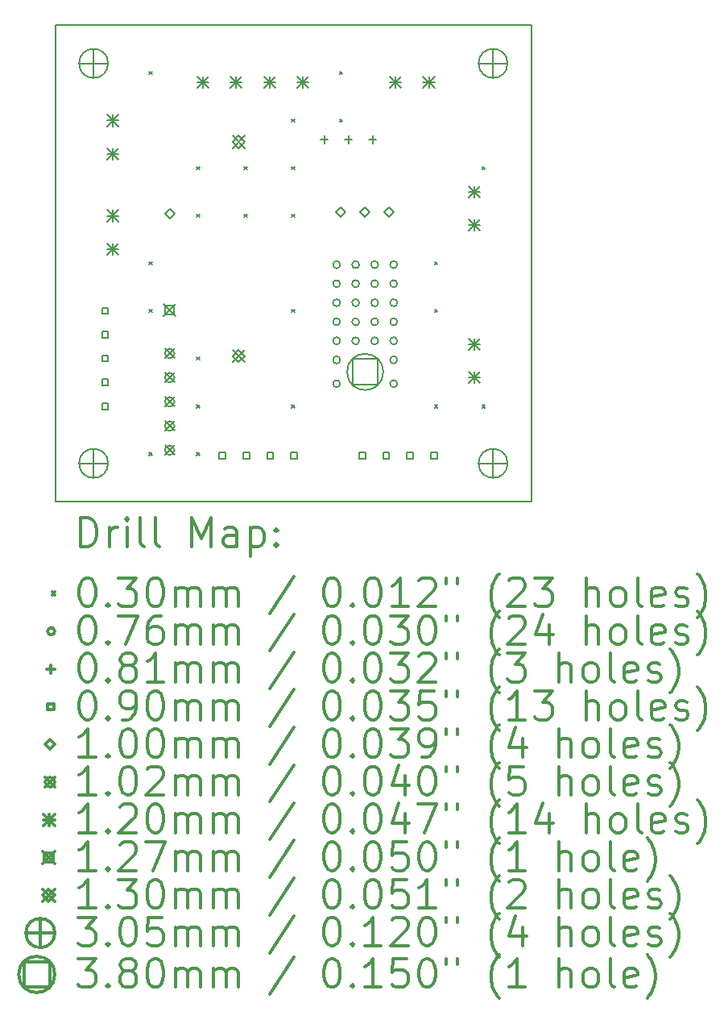
<source format=gbr>
%FSLAX45Y45*%
G04 Gerber Fmt 4.5, Leading zero omitted, Abs format (unit mm)*
G04 Created by KiCad (PCBNEW 4.0.5) date Thu Feb 16 15:21:39 2017*
%MOMM*%
%LPD*%
G01*
G04 APERTURE LIST*
%ADD10C,0.127000*%
%ADD11C,0.150000*%
%ADD12C,0.200000*%
%ADD13C,0.300000*%
G04 APERTURE END LIST*
D10*
D11*
X15000000Y-5000000D02*
X10000000Y-5000000D01*
X15000000Y-10000000D02*
X15000000Y-5000000D01*
X10000000Y-10000000D02*
X15000000Y-10000000D01*
X10000000Y-5000000D02*
X10000000Y-10000000D01*
D12*
X10985000Y-5485000D02*
X11015000Y-5515000D01*
X11015000Y-5485000D02*
X10985000Y-5515000D01*
X10985000Y-7485000D02*
X11015000Y-7515000D01*
X11015000Y-7485000D02*
X10985000Y-7515000D01*
X10985000Y-7985000D02*
X11015000Y-8015000D01*
X11015000Y-7985000D02*
X10985000Y-8015000D01*
X10985000Y-9485000D02*
X11015000Y-9515000D01*
X11015000Y-9485000D02*
X10985000Y-9515000D01*
X11485000Y-6485000D02*
X11515000Y-6515000D01*
X11515000Y-6485000D02*
X11485000Y-6515000D01*
X11485000Y-6985000D02*
X11515000Y-7015000D01*
X11515000Y-6985000D02*
X11485000Y-7015000D01*
X11485000Y-8485000D02*
X11515000Y-8515000D01*
X11515000Y-8485000D02*
X11485000Y-8515000D01*
X11485000Y-8985000D02*
X11515000Y-9015000D01*
X11515000Y-8985000D02*
X11485000Y-9015000D01*
X11485000Y-9485000D02*
X11515000Y-9515000D01*
X11515000Y-9485000D02*
X11485000Y-9515000D01*
X11985000Y-6485000D02*
X12015000Y-6515000D01*
X12015000Y-6485000D02*
X11985000Y-6515000D01*
X11985000Y-6985000D02*
X12015000Y-7015000D01*
X12015000Y-6985000D02*
X11985000Y-7015000D01*
X12485000Y-5985000D02*
X12515000Y-6015000D01*
X12515000Y-5985000D02*
X12485000Y-6015000D01*
X12485000Y-6485000D02*
X12515000Y-6515000D01*
X12515000Y-6485000D02*
X12485000Y-6515000D01*
X12485000Y-6985000D02*
X12515000Y-7015000D01*
X12515000Y-6985000D02*
X12485000Y-7015000D01*
X12485000Y-7985000D02*
X12515000Y-8015000D01*
X12515000Y-7985000D02*
X12485000Y-8015000D01*
X12485000Y-8985000D02*
X12515000Y-9015000D01*
X12515000Y-8985000D02*
X12485000Y-9015000D01*
X12985000Y-5485000D02*
X13015000Y-5515000D01*
X13015000Y-5485000D02*
X12985000Y-5515000D01*
X12985000Y-5985000D02*
X13015000Y-6015000D01*
X13015000Y-5985000D02*
X12985000Y-6015000D01*
X13985000Y-7485000D02*
X14015000Y-7515000D01*
X14015000Y-7485000D02*
X13985000Y-7515000D01*
X13985000Y-7985000D02*
X14015000Y-8015000D01*
X14015000Y-7985000D02*
X13985000Y-8015000D01*
X13985000Y-8985000D02*
X14015000Y-9015000D01*
X14015000Y-8985000D02*
X13985000Y-9015000D01*
X14485000Y-6485000D02*
X14515000Y-6515000D01*
X14515000Y-6485000D02*
X14485000Y-6515000D01*
X14485000Y-8985000D02*
X14515000Y-9015000D01*
X14515000Y-8985000D02*
X14485000Y-9015000D01*
X12993100Y-7513600D02*
G75*
G03X12993100Y-7513600I-38100J0D01*
G01*
X12993100Y-7713600D02*
G75*
G03X12993100Y-7713600I-38100J0D01*
G01*
X12993100Y-7913600D02*
G75*
G03X12993100Y-7913600I-38100J0D01*
G01*
X12993100Y-8113600D02*
G75*
G03X12993100Y-8113600I-38100J0D01*
G01*
X12993100Y-8313600D02*
G75*
G03X12993100Y-8313600I-38100J0D01*
G01*
X12993100Y-8513600D02*
G75*
G03X12993100Y-8513600I-38100J0D01*
G01*
X12993100Y-8763600D02*
G75*
G03X12993100Y-8763600I-38100J0D01*
G01*
X13193100Y-7513600D02*
G75*
G03X13193100Y-7513600I-38100J0D01*
G01*
X13193100Y-7713600D02*
G75*
G03X13193100Y-7713600I-38100J0D01*
G01*
X13193100Y-7913600D02*
G75*
G03X13193100Y-7913600I-38100J0D01*
G01*
X13193100Y-8113600D02*
G75*
G03X13193100Y-8113600I-38100J0D01*
G01*
X13193100Y-8313600D02*
G75*
G03X13193100Y-8313600I-38100J0D01*
G01*
X13393100Y-7513600D02*
G75*
G03X13393100Y-7513600I-38100J0D01*
G01*
X13393100Y-7713600D02*
G75*
G03X13393100Y-7713600I-38100J0D01*
G01*
X13393100Y-7913600D02*
G75*
G03X13393100Y-7913600I-38100J0D01*
G01*
X13393100Y-8113600D02*
G75*
G03X13393100Y-8113600I-38100J0D01*
G01*
X13393100Y-8313600D02*
G75*
G03X13393100Y-8313600I-38100J0D01*
G01*
X13593100Y-7513600D02*
G75*
G03X13593100Y-7513600I-38100J0D01*
G01*
X13593100Y-7713600D02*
G75*
G03X13593100Y-7713600I-38100J0D01*
G01*
X13593100Y-7913600D02*
G75*
G03X13593100Y-7913600I-38100J0D01*
G01*
X13593100Y-8113600D02*
G75*
G03X13593100Y-8113600I-38100J0D01*
G01*
X13593100Y-8313600D02*
G75*
G03X13593100Y-8313600I-38100J0D01*
G01*
X13593100Y-8513600D02*
G75*
G03X13593100Y-8513600I-38100J0D01*
G01*
X13593100Y-8763600D02*
G75*
G03X13593100Y-8763600I-38100J0D01*
G01*
X12825000Y-6159360D02*
X12825000Y-6240640D01*
X12784360Y-6200000D02*
X12865640Y-6200000D01*
X13079000Y-6159360D02*
X13079000Y-6240640D01*
X13038360Y-6200000D02*
X13119640Y-6200000D01*
X13333000Y-6159360D02*
X13333000Y-6240640D01*
X13292360Y-6200000D02*
X13373640Y-6200000D01*
X10551820Y-8031820D02*
X10551820Y-7968180D01*
X10488180Y-7968180D01*
X10488180Y-8031820D01*
X10551820Y-8031820D01*
X10551820Y-8281820D02*
X10551820Y-8218180D01*
X10488180Y-8218180D01*
X10488180Y-8281820D01*
X10551820Y-8281820D01*
X10551820Y-8531820D02*
X10551820Y-8468180D01*
X10488180Y-8468180D01*
X10488180Y-8531820D01*
X10551820Y-8531820D01*
X10551820Y-8781820D02*
X10551820Y-8718180D01*
X10488180Y-8718180D01*
X10488180Y-8781820D01*
X10551820Y-8781820D01*
X10551820Y-9031820D02*
X10551820Y-8968180D01*
X10488180Y-8968180D01*
X10488180Y-9031820D01*
X10551820Y-9031820D01*
X11786820Y-9549320D02*
X11786820Y-9485680D01*
X11723180Y-9485680D01*
X11723180Y-9549320D01*
X11786820Y-9549320D01*
X12036820Y-9549320D02*
X12036820Y-9485680D01*
X11973180Y-9485680D01*
X11973180Y-9549320D01*
X12036820Y-9549320D01*
X12286820Y-9549320D02*
X12286820Y-9485680D01*
X12223180Y-9485680D01*
X12223180Y-9549320D01*
X12286820Y-9549320D01*
X12536820Y-9549320D02*
X12536820Y-9485680D01*
X12473180Y-9485680D01*
X12473180Y-9549320D01*
X12536820Y-9549320D01*
X13259320Y-9549320D02*
X13259320Y-9485680D01*
X13195680Y-9485680D01*
X13195680Y-9549320D01*
X13259320Y-9549320D01*
X13509320Y-9549320D02*
X13509320Y-9485680D01*
X13445680Y-9485680D01*
X13445680Y-9549320D01*
X13509320Y-9549320D01*
X13759320Y-9549320D02*
X13759320Y-9485680D01*
X13695680Y-9485680D01*
X13695680Y-9549320D01*
X13759320Y-9549320D01*
X14009320Y-9549320D02*
X14009320Y-9485680D01*
X13945680Y-9485680D01*
X13945680Y-9549320D01*
X14009320Y-9549320D01*
X11200762Y-7025038D02*
X11250800Y-6975000D01*
X11200762Y-6924962D01*
X11150724Y-6975000D01*
X11200762Y-7025038D01*
X13001000Y-7013638D02*
X13051038Y-6963600D01*
X13001000Y-6913562D01*
X12950962Y-6963600D01*
X13001000Y-7013638D01*
X13255000Y-7013638D02*
X13305038Y-6963600D01*
X13255000Y-6913562D01*
X13204962Y-6963600D01*
X13255000Y-7013638D01*
X13509000Y-7013638D02*
X13559038Y-6963600D01*
X13509000Y-6913562D01*
X13458962Y-6963600D01*
X13509000Y-7013638D01*
X11149200Y-8395200D02*
X11250800Y-8496800D01*
X11250800Y-8395200D02*
X11149200Y-8496800D01*
X11250800Y-8446000D02*
G75*
G03X11250800Y-8446000I-50800J0D01*
G01*
X11149200Y-8649200D02*
X11250800Y-8750800D01*
X11250800Y-8649200D02*
X11149200Y-8750800D01*
X11250800Y-8700000D02*
G75*
G03X11250800Y-8700000I-50800J0D01*
G01*
X11149200Y-8903200D02*
X11250800Y-9004800D01*
X11250800Y-8903200D02*
X11149200Y-9004800D01*
X11250800Y-8954000D02*
G75*
G03X11250800Y-8954000I-50800J0D01*
G01*
X11149200Y-9157200D02*
X11250800Y-9258800D01*
X11250800Y-9157200D02*
X11149200Y-9258800D01*
X11250800Y-9208000D02*
G75*
G03X11250800Y-9208000I-50800J0D01*
G01*
X11149200Y-9411200D02*
X11250800Y-9512800D01*
X11250800Y-9411200D02*
X11149200Y-9512800D01*
X11250800Y-9462000D02*
G75*
G03X11250800Y-9462000I-50800J0D01*
G01*
X10540000Y-5940000D02*
X10660000Y-6060000D01*
X10660000Y-5940000D02*
X10540000Y-6060000D01*
X10600000Y-5940000D02*
X10600000Y-6060000D01*
X10540000Y-6000000D02*
X10660000Y-6000000D01*
X10540000Y-6290000D02*
X10660000Y-6410000D01*
X10660000Y-6290000D02*
X10540000Y-6410000D01*
X10600000Y-6290000D02*
X10600000Y-6410000D01*
X10540000Y-6350000D02*
X10660000Y-6350000D01*
X10540000Y-6940000D02*
X10660000Y-7060000D01*
X10660000Y-6940000D02*
X10540000Y-7060000D01*
X10600000Y-6940000D02*
X10600000Y-7060000D01*
X10540000Y-7000000D02*
X10660000Y-7000000D01*
X10540000Y-7290000D02*
X10660000Y-7410000D01*
X10660000Y-7290000D02*
X10540000Y-7410000D01*
X10600000Y-7290000D02*
X10600000Y-7410000D01*
X10540000Y-7350000D02*
X10660000Y-7350000D01*
X11490000Y-5540000D02*
X11610000Y-5660000D01*
X11610000Y-5540000D02*
X11490000Y-5660000D01*
X11550000Y-5540000D02*
X11550000Y-5660000D01*
X11490000Y-5600000D02*
X11610000Y-5600000D01*
X11840000Y-5540000D02*
X11960000Y-5660000D01*
X11960000Y-5540000D02*
X11840000Y-5660000D01*
X11900000Y-5540000D02*
X11900000Y-5660000D01*
X11840000Y-5600000D02*
X11960000Y-5600000D01*
X12190000Y-5540000D02*
X12310000Y-5660000D01*
X12310000Y-5540000D02*
X12190000Y-5660000D01*
X12250000Y-5540000D02*
X12250000Y-5660000D01*
X12190000Y-5600000D02*
X12310000Y-5600000D01*
X12540000Y-5540000D02*
X12660000Y-5660000D01*
X12660000Y-5540000D02*
X12540000Y-5660000D01*
X12600000Y-5540000D02*
X12600000Y-5660000D01*
X12540000Y-5600000D02*
X12660000Y-5600000D01*
X13515000Y-5540000D02*
X13635000Y-5660000D01*
X13635000Y-5540000D02*
X13515000Y-5660000D01*
X13575000Y-5540000D02*
X13575000Y-5660000D01*
X13515000Y-5600000D02*
X13635000Y-5600000D01*
X13865000Y-5540000D02*
X13985000Y-5660000D01*
X13985000Y-5540000D02*
X13865000Y-5660000D01*
X13925000Y-5540000D02*
X13925000Y-5660000D01*
X13865000Y-5600000D02*
X13985000Y-5600000D01*
X14340000Y-6690000D02*
X14460000Y-6810000D01*
X14460000Y-6690000D02*
X14340000Y-6810000D01*
X14400000Y-6690000D02*
X14400000Y-6810000D01*
X14340000Y-6750000D02*
X14460000Y-6750000D01*
X14340000Y-7040000D02*
X14460000Y-7160000D01*
X14460000Y-7040000D02*
X14340000Y-7160000D01*
X14400000Y-7040000D02*
X14400000Y-7160000D01*
X14340000Y-7100000D02*
X14460000Y-7100000D01*
X14340000Y-8290000D02*
X14460000Y-8410000D01*
X14460000Y-8290000D02*
X14340000Y-8410000D01*
X14400000Y-8290000D02*
X14400000Y-8410000D01*
X14340000Y-8350000D02*
X14460000Y-8350000D01*
X14340000Y-8640000D02*
X14460000Y-8760000D01*
X14460000Y-8640000D02*
X14340000Y-8760000D01*
X14400000Y-8640000D02*
X14400000Y-8760000D01*
X14340000Y-8700000D02*
X14460000Y-8700000D01*
X11137262Y-7927500D02*
X11264262Y-8054500D01*
X11264262Y-7927500D02*
X11137262Y-8054500D01*
X11245664Y-8035902D02*
X11245664Y-7946098D01*
X11155860Y-7946098D01*
X11155860Y-8035902D01*
X11245664Y-8035902D01*
X11860000Y-6160000D02*
X11990000Y-6290000D01*
X11990000Y-6160000D02*
X11860000Y-6290000D01*
X11925000Y-6290000D02*
X11990000Y-6225000D01*
X11925000Y-6160000D01*
X11860000Y-6225000D01*
X11925000Y-6290000D01*
X11860000Y-8410000D02*
X11990000Y-8540000D01*
X11990000Y-8410000D02*
X11860000Y-8540000D01*
X11925000Y-8540000D02*
X11990000Y-8475000D01*
X11925000Y-8410000D01*
X11860000Y-8475000D01*
X11925000Y-8540000D01*
X10400000Y-5247600D02*
X10400000Y-5552400D01*
X10247600Y-5400000D02*
X10552400Y-5400000D01*
X10552400Y-5400000D02*
G75*
G03X10552400Y-5400000I-152400J0D01*
G01*
X10400000Y-9447600D02*
X10400000Y-9752400D01*
X10247600Y-9600000D02*
X10552400Y-9600000D01*
X10552400Y-9600000D02*
G75*
G03X10552400Y-9600000I-152400J0D01*
G01*
X14600000Y-5247600D02*
X14600000Y-5552400D01*
X14447600Y-5400000D02*
X14752400Y-5400000D01*
X14752400Y-5400000D02*
G75*
G03X14752400Y-5400000I-152400J0D01*
G01*
X14600000Y-9447600D02*
X14600000Y-9752400D01*
X14447600Y-9600000D02*
X14752400Y-9600000D01*
X14752400Y-9600000D02*
G75*
G03X14752400Y-9600000I-152400J0D01*
G01*
X13389346Y-8774346D02*
X13389346Y-8505654D01*
X13120654Y-8505654D01*
X13120654Y-8774346D01*
X13389346Y-8774346D01*
X13444992Y-8640000D02*
G75*
G03X13444992Y-8640000I-189992J0D01*
G01*
D13*
X10263929Y-10473214D02*
X10263929Y-10173214D01*
X10335357Y-10173214D01*
X10378214Y-10187500D01*
X10406786Y-10216072D01*
X10421071Y-10244643D01*
X10435357Y-10301786D01*
X10435357Y-10344643D01*
X10421071Y-10401786D01*
X10406786Y-10430357D01*
X10378214Y-10458929D01*
X10335357Y-10473214D01*
X10263929Y-10473214D01*
X10563929Y-10473214D02*
X10563929Y-10273214D01*
X10563929Y-10330357D02*
X10578214Y-10301786D01*
X10592500Y-10287500D01*
X10621071Y-10273214D01*
X10649643Y-10273214D01*
X10749643Y-10473214D02*
X10749643Y-10273214D01*
X10749643Y-10173214D02*
X10735357Y-10187500D01*
X10749643Y-10201786D01*
X10763929Y-10187500D01*
X10749643Y-10173214D01*
X10749643Y-10201786D01*
X10935357Y-10473214D02*
X10906786Y-10458929D01*
X10892500Y-10430357D01*
X10892500Y-10173214D01*
X11092500Y-10473214D02*
X11063929Y-10458929D01*
X11049643Y-10430357D01*
X11049643Y-10173214D01*
X11435357Y-10473214D02*
X11435357Y-10173214D01*
X11535357Y-10387500D01*
X11635357Y-10173214D01*
X11635357Y-10473214D01*
X11906786Y-10473214D02*
X11906786Y-10316072D01*
X11892500Y-10287500D01*
X11863928Y-10273214D01*
X11806786Y-10273214D01*
X11778214Y-10287500D01*
X11906786Y-10458929D02*
X11878214Y-10473214D01*
X11806786Y-10473214D01*
X11778214Y-10458929D01*
X11763928Y-10430357D01*
X11763928Y-10401786D01*
X11778214Y-10373214D01*
X11806786Y-10358929D01*
X11878214Y-10358929D01*
X11906786Y-10344643D01*
X12049643Y-10273214D02*
X12049643Y-10573214D01*
X12049643Y-10287500D02*
X12078214Y-10273214D01*
X12135357Y-10273214D01*
X12163928Y-10287500D01*
X12178214Y-10301786D01*
X12192500Y-10330357D01*
X12192500Y-10416072D01*
X12178214Y-10444643D01*
X12163928Y-10458929D01*
X12135357Y-10473214D01*
X12078214Y-10473214D01*
X12049643Y-10458929D01*
X12321071Y-10444643D02*
X12335357Y-10458929D01*
X12321071Y-10473214D01*
X12306786Y-10458929D01*
X12321071Y-10444643D01*
X12321071Y-10473214D01*
X12321071Y-10287500D02*
X12335357Y-10301786D01*
X12321071Y-10316072D01*
X12306786Y-10301786D01*
X12321071Y-10287500D01*
X12321071Y-10316072D01*
X9962500Y-10952500D02*
X9992500Y-10982500D01*
X9992500Y-10952500D02*
X9962500Y-10982500D01*
X10321071Y-10803214D02*
X10349643Y-10803214D01*
X10378214Y-10817500D01*
X10392500Y-10831786D01*
X10406786Y-10860357D01*
X10421071Y-10917500D01*
X10421071Y-10988929D01*
X10406786Y-11046072D01*
X10392500Y-11074643D01*
X10378214Y-11088929D01*
X10349643Y-11103214D01*
X10321071Y-11103214D01*
X10292500Y-11088929D01*
X10278214Y-11074643D01*
X10263929Y-11046072D01*
X10249643Y-10988929D01*
X10249643Y-10917500D01*
X10263929Y-10860357D01*
X10278214Y-10831786D01*
X10292500Y-10817500D01*
X10321071Y-10803214D01*
X10549643Y-11074643D02*
X10563929Y-11088929D01*
X10549643Y-11103214D01*
X10535357Y-11088929D01*
X10549643Y-11074643D01*
X10549643Y-11103214D01*
X10663928Y-10803214D02*
X10849643Y-10803214D01*
X10749643Y-10917500D01*
X10792500Y-10917500D01*
X10821071Y-10931786D01*
X10835357Y-10946072D01*
X10849643Y-10974643D01*
X10849643Y-11046072D01*
X10835357Y-11074643D01*
X10821071Y-11088929D01*
X10792500Y-11103214D01*
X10706786Y-11103214D01*
X10678214Y-11088929D01*
X10663928Y-11074643D01*
X11035357Y-10803214D02*
X11063929Y-10803214D01*
X11092500Y-10817500D01*
X11106786Y-10831786D01*
X11121071Y-10860357D01*
X11135357Y-10917500D01*
X11135357Y-10988929D01*
X11121071Y-11046072D01*
X11106786Y-11074643D01*
X11092500Y-11088929D01*
X11063929Y-11103214D01*
X11035357Y-11103214D01*
X11006786Y-11088929D01*
X10992500Y-11074643D01*
X10978214Y-11046072D01*
X10963929Y-10988929D01*
X10963929Y-10917500D01*
X10978214Y-10860357D01*
X10992500Y-10831786D01*
X11006786Y-10817500D01*
X11035357Y-10803214D01*
X11263928Y-11103214D02*
X11263928Y-10903214D01*
X11263928Y-10931786D02*
X11278214Y-10917500D01*
X11306786Y-10903214D01*
X11349643Y-10903214D01*
X11378214Y-10917500D01*
X11392500Y-10946072D01*
X11392500Y-11103214D01*
X11392500Y-10946072D02*
X11406786Y-10917500D01*
X11435357Y-10903214D01*
X11478214Y-10903214D01*
X11506786Y-10917500D01*
X11521071Y-10946072D01*
X11521071Y-11103214D01*
X11663928Y-11103214D02*
X11663928Y-10903214D01*
X11663928Y-10931786D02*
X11678214Y-10917500D01*
X11706786Y-10903214D01*
X11749643Y-10903214D01*
X11778214Y-10917500D01*
X11792500Y-10946072D01*
X11792500Y-11103214D01*
X11792500Y-10946072D02*
X11806786Y-10917500D01*
X11835357Y-10903214D01*
X11878214Y-10903214D01*
X11906786Y-10917500D01*
X11921071Y-10946072D01*
X11921071Y-11103214D01*
X12506786Y-10788929D02*
X12249643Y-11174643D01*
X12892500Y-10803214D02*
X12921071Y-10803214D01*
X12949643Y-10817500D01*
X12963928Y-10831786D01*
X12978214Y-10860357D01*
X12992500Y-10917500D01*
X12992500Y-10988929D01*
X12978214Y-11046072D01*
X12963928Y-11074643D01*
X12949643Y-11088929D01*
X12921071Y-11103214D01*
X12892500Y-11103214D01*
X12863928Y-11088929D01*
X12849643Y-11074643D01*
X12835357Y-11046072D01*
X12821071Y-10988929D01*
X12821071Y-10917500D01*
X12835357Y-10860357D01*
X12849643Y-10831786D01*
X12863928Y-10817500D01*
X12892500Y-10803214D01*
X13121071Y-11074643D02*
X13135357Y-11088929D01*
X13121071Y-11103214D01*
X13106786Y-11088929D01*
X13121071Y-11074643D01*
X13121071Y-11103214D01*
X13321071Y-10803214D02*
X13349643Y-10803214D01*
X13378214Y-10817500D01*
X13392500Y-10831786D01*
X13406785Y-10860357D01*
X13421071Y-10917500D01*
X13421071Y-10988929D01*
X13406785Y-11046072D01*
X13392500Y-11074643D01*
X13378214Y-11088929D01*
X13349643Y-11103214D01*
X13321071Y-11103214D01*
X13292500Y-11088929D01*
X13278214Y-11074643D01*
X13263928Y-11046072D01*
X13249643Y-10988929D01*
X13249643Y-10917500D01*
X13263928Y-10860357D01*
X13278214Y-10831786D01*
X13292500Y-10817500D01*
X13321071Y-10803214D01*
X13706785Y-11103214D02*
X13535357Y-11103214D01*
X13621071Y-11103214D02*
X13621071Y-10803214D01*
X13592500Y-10846072D01*
X13563928Y-10874643D01*
X13535357Y-10888929D01*
X13821071Y-10831786D02*
X13835357Y-10817500D01*
X13863928Y-10803214D01*
X13935357Y-10803214D01*
X13963928Y-10817500D01*
X13978214Y-10831786D01*
X13992500Y-10860357D01*
X13992500Y-10888929D01*
X13978214Y-10931786D01*
X13806785Y-11103214D01*
X13992500Y-11103214D01*
X14106786Y-10803214D02*
X14106786Y-10860357D01*
X14221071Y-10803214D02*
X14221071Y-10860357D01*
X14663928Y-11217500D02*
X14649643Y-11203214D01*
X14621071Y-11160357D01*
X14606785Y-11131786D01*
X14592500Y-11088929D01*
X14578214Y-11017500D01*
X14578214Y-10960357D01*
X14592500Y-10888929D01*
X14606785Y-10846072D01*
X14621071Y-10817500D01*
X14649643Y-10774643D01*
X14663928Y-10760357D01*
X14763928Y-10831786D02*
X14778214Y-10817500D01*
X14806785Y-10803214D01*
X14878214Y-10803214D01*
X14906785Y-10817500D01*
X14921071Y-10831786D01*
X14935357Y-10860357D01*
X14935357Y-10888929D01*
X14921071Y-10931786D01*
X14749643Y-11103214D01*
X14935357Y-11103214D01*
X15035357Y-10803214D02*
X15221071Y-10803214D01*
X15121071Y-10917500D01*
X15163928Y-10917500D01*
X15192500Y-10931786D01*
X15206785Y-10946072D01*
X15221071Y-10974643D01*
X15221071Y-11046072D01*
X15206785Y-11074643D01*
X15192500Y-11088929D01*
X15163928Y-11103214D01*
X15078214Y-11103214D01*
X15049643Y-11088929D01*
X15035357Y-11074643D01*
X15578214Y-11103214D02*
X15578214Y-10803214D01*
X15706785Y-11103214D02*
X15706785Y-10946072D01*
X15692500Y-10917500D01*
X15663928Y-10903214D01*
X15621071Y-10903214D01*
X15592500Y-10917500D01*
X15578214Y-10931786D01*
X15892500Y-11103214D02*
X15863928Y-11088929D01*
X15849643Y-11074643D01*
X15835357Y-11046072D01*
X15835357Y-10960357D01*
X15849643Y-10931786D01*
X15863928Y-10917500D01*
X15892500Y-10903214D01*
X15935357Y-10903214D01*
X15963928Y-10917500D01*
X15978214Y-10931786D01*
X15992500Y-10960357D01*
X15992500Y-11046072D01*
X15978214Y-11074643D01*
X15963928Y-11088929D01*
X15935357Y-11103214D01*
X15892500Y-11103214D01*
X16163928Y-11103214D02*
X16135357Y-11088929D01*
X16121071Y-11060357D01*
X16121071Y-10803214D01*
X16392500Y-11088929D02*
X16363928Y-11103214D01*
X16306786Y-11103214D01*
X16278214Y-11088929D01*
X16263928Y-11060357D01*
X16263928Y-10946072D01*
X16278214Y-10917500D01*
X16306786Y-10903214D01*
X16363928Y-10903214D01*
X16392500Y-10917500D01*
X16406786Y-10946072D01*
X16406786Y-10974643D01*
X16263928Y-11003214D01*
X16521071Y-11088929D02*
X16549643Y-11103214D01*
X16606786Y-11103214D01*
X16635357Y-11088929D01*
X16649643Y-11060357D01*
X16649643Y-11046072D01*
X16635357Y-11017500D01*
X16606786Y-11003214D01*
X16563928Y-11003214D01*
X16535357Y-10988929D01*
X16521071Y-10960357D01*
X16521071Y-10946072D01*
X16535357Y-10917500D01*
X16563928Y-10903214D01*
X16606786Y-10903214D01*
X16635357Y-10917500D01*
X16749643Y-11217500D02*
X16763928Y-11203214D01*
X16792500Y-11160357D01*
X16806786Y-11131786D01*
X16821071Y-11088929D01*
X16835357Y-11017500D01*
X16835357Y-10960357D01*
X16821071Y-10888929D01*
X16806786Y-10846072D01*
X16792500Y-10817500D01*
X16763928Y-10774643D01*
X16749643Y-10760357D01*
X9992500Y-11363500D02*
G75*
G03X9992500Y-11363500I-38100J0D01*
G01*
X10321071Y-11199214D02*
X10349643Y-11199214D01*
X10378214Y-11213500D01*
X10392500Y-11227786D01*
X10406786Y-11256357D01*
X10421071Y-11313500D01*
X10421071Y-11384929D01*
X10406786Y-11442071D01*
X10392500Y-11470643D01*
X10378214Y-11484929D01*
X10349643Y-11499214D01*
X10321071Y-11499214D01*
X10292500Y-11484929D01*
X10278214Y-11470643D01*
X10263929Y-11442071D01*
X10249643Y-11384929D01*
X10249643Y-11313500D01*
X10263929Y-11256357D01*
X10278214Y-11227786D01*
X10292500Y-11213500D01*
X10321071Y-11199214D01*
X10549643Y-11470643D02*
X10563929Y-11484929D01*
X10549643Y-11499214D01*
X10535357Y-11484929D01*
X10549643Y-11470643D01*
X10549643Y-11499214D01*
X10663928Y-11199214D02*
X10863928Y-11199214D01*
X10735357Y-11499214D01*
X11106786Y-11199214D02*
X11049643Y-11199214D01*
X11021071Y-11213500D01*
X11006786Y-11227786D01*
X10978214Y-11270643D01*
X10963929Y-11327786D01*
X10963929Y-11442071D01*
X10978214Y-11470643D01*
X10992500Y-11484929D01*
X11021071Y-11499214D01*
X11078214Y-11499214D01*
X11106786Y-11484929D01*
X11121071Y-11470643D01*
X11135357Y-11442071D01*
X11135357Y-11370643D01*
X11121071Y-11342071D01*
X11106786Y-11327786D01*
X11078214Y-11313500D01*
X11021071Y-11313500D01*
X10992500Y-11327786D01*
X10978214Y-11342071D01*
X10963929Y-11370643D01*
X11263928Y-11499214D02*
X11263928Y-11299214D01*
X11263928Y-11327786D02*
X11278214Y-11313500D01*
X11306786Y-11299214D01*
X11349643Y-11299214D01*
X11378214Y-11313500D01*
X11392500Y-11342071D01*
X11392500Y-11499214D01*
X11392500Y-11342071D02*
X11406786Y-11313500D01*
X11435357Y-11299214D01*
X11478214Y-11299214D01*
X11506786Y-11313500D01*
X11521071Y-11342071D01*
X11521071Y-11499214D01*
X11663928Y-11499214D02*
X11663928Y-11299214D01*
X11663928Y-11327786D02*
X11678214Y-11313500D01*
X11706786Y-11299214D01*
X11749643Y-11299214D01*
X11778214Y-11313500D01*
X11792500Y-11342071D01*
X11792500Y-11499214D01*
X11792500Y-11342071D02*
X11806786Y-11313500D01*
X11835357Y-11299214D01*
X11878214Y-11299214D01*
X11906786Y-11313500D01*
X11921071Y-11342071D01*
X11921071Y-11499214D01*
X12506786Y-11184929D02*
X12249643Y-11570643D01*
X12892500Y-11199214D02*
X12921071Y-11199214D01*
X12949643Y-11213500D01*
X12963928Y-11227786D01*
X12978214Y-11256357D01*
X12992500Y-11313500D01*
X12992500Y-11384929D01*
X12978214Y-11442071D01*
X12963928Y-11470643D01*
X12949643Y-11484929D01*
X12921071Y-11499214D01*
X12892500Y-11499214D01*
X12863928Y-11484929D01*
X12849643Y-11470643D01*
X12835357Y-11442071D01*
X12821071Y-11384929D01*
X12821071Y-11313500D01*
X12835357Y-11256357D01*
X12849643Y-11227786D01*
X12863928Y-11213500D01*
X12892500Y-11199214D01*
X13121071Y-11470643D02*
X13135357Y-11484929D01*
X13121071Y-11499214D01*
X13106786Y-11484929D01*
X13121071Y-11470643D01*
X13121071Y-11499214D01*
X13321071Y-11199214D02*
X13349643Y-11199214D01*
X13378214Y-11213500D01*
X13392500Y-11227786D01*
X13406785Y-11256357D01*
X13421071Y-11313500D01*
X13421071Y-11384929D01*
X13406785Y-11442071D01*
X13392500Y-11470643D01*
X13378214Y-11484929D01*
X13349643Y-11499214D01*
X13321071Y-11499214D01*
X13292500Y-11484929D01*
X13278214Y-11470643D01*
X13263928Y-11442071D01*
X13249643Y-11384929D01*
X13249643Y-11313500D01*
X13263928Y-11256357D01*
X13278214Y-11227786D01*
X13292500Y-11213500D01*
X13321071Y-11199214D01*
X13521071Y-11199214D02*
X13706785Y-11199214D01*
X13606785Y-11313500D01*
X13649643Y-11313500D01*
X13678214Y-11327786D01*
X13692500Y-11342071D01*
X13706785Y-11370643D01*
X13706785Y-11442071D01*
X13692500Y-11470643D01*
X13678214Y-11484929D01*
X13649643Y-11499214D01*
X13563928Y-11499214D01*
X13535357Y-11484929D01*
X13521071Y-11470643D01*
X13892500Y-11199214D02*
X13921071Y-11199214D01*
X13949643Y-11213500D01*
X13963928Y-11227786D01*
X13978214Y-11256357D01*
X13992500Y-11313500D01*
X13992500Y-11384929D01*
X13978214Y-11442071D01*
X13963928Y-11470643D01*
X13949643Y-11484929D01*
X13921071Y-11499214D01*
X13892500Y-11499214D01*
X13863928Y-11484929D01*
X13849643Y-11470643D01*
X13835357Y-11442071D01*
X13821071Y-11384929D01*
X13821071Y-11313500D01*
X13835357Y-11256357D01*
X13849643Y-11227786D01*
X13863928Y-11213500D01*
X13892500Y-11199214D01*
X14106786Y-11199214D02*
X14106786Y-11256357D01*
X14221071Y-11199214D02*
X14221071Y-11256357D01*
X14663928Y-11613500D02*
X14649643Y-11599214D01*
X14621071Y-11556357D01*
X14606785Y-11527786D01*
X14592500Y-11484929D01*
X14578214Y-11413500D01*
X14578214Y-11356357D01*
X14592500Y-11284929D01*
X14606785Y-11242071D01*
X14621071Y-11213500D01*
X14649643Y-11170643D01*
X14663928Y-11156357D01*
X14763928Y-11227786D02*
X14778214Y-11213500D01*
X14806785Y-11199214D01*
X14878214Y-11199214D01*
X14906785Y-11213500D01*
X14921071Y-11227786D01*
X14935357Y-11256357D01*
X14935357Y-11284929D01*
X14921071Y-11327786D01*
X14749643Y-11499214D01*
X14935357Y-11499214D01*
X15192500Y-11299214D02*
X15192500Y-11499214D01*
X15121071Y-11184929D02*
X15049643Y-11399214D01*
X15235357Y-11399214D01*
X15578214Y-11499214D02*
X15578214Y-11199214D01*
X15706785Y-11499214D02*
X15706785Y-11342071D01*
X15692500Y-11313500D01*
X15663928Y-11299214D01*
X15621071Y-11299214D01*
X15592500Y-11313500D01*
X15578214Y-11327786D01*
X15892500Y-11499214D02*
X15863928Y-11484929D01*
X15849643Y-11470643D01*
X15835357Y-11442071D01*
X15835357Y-11356357D01*
X15849643Y-11327786D01*
X15863928Y-11313500D01*
X15892500Y-11299214D01*
X15935357Y-11299214D01*
X15963928Y-11313500D01*
X15978214Y-11327786D01*
X15992500Y-11356357D01*
X15992500Y-11442071D01*
X15978214Y-11470643D01*
X15963928Y-11484929D01*
X15935357Y-11499214D01*
X15892500Y-11499214D01*
X16163928Y-11499214D02*
X16135357Y-11484929D01*
X16121071Y-11456357D01*
X16121071Y-11199214D01*
X16392500Y-11484929D02*
X16363928Y-11499214D01*
X16306786Y-11499214D01*
X16278214Y-11484929D01*
X16263928Y-11456357D01*
X16263928Y-11342071D01*
X16278214Y-11313500D01*
X16306786Y-11299214D01*
X16363928Y-11299214D01*
X16392500Y-11313500D01*
X16406786Y-11342071D01*
X16406786Y-11370643D01*
X16263928Y-11399214D01*
X16521071Y-11484929D02*
X16549643Y-11499214D01*
X16606786Y-11499214D01*
X16635357Y-11484929D01*
X16649643Y-11456357D01*
X16649643Y-11442071D01*
X16635357Y-11413500D01*
X16606786Y-11399214D01*
X16563928Y-11399214D01*
X16535357Y-11384929D01*
X16521071Y-11356357D01*
X16521071Y-11342071D01*
X16535357Y-11313500D01*
X16563928Y-11299214D01*
X16606786Y-11299214D01*
X16635357Y-11313500D01*
X16749643Y-11613500D02*
X16763928Y-11599214D01*
X16792500Y-11556357D01*
X16806786Y-11527786D01*
X16821071Y-11484929D01*
X16835357Y-11413500D01*
X16835357Y-11356357D01*
X16821071Y-11284929D01*
X16806786Y-11242071D01*
X16792500Y-11213500D01*
X16763928Y-11170643D01*
X16749643Y-11156357D01*
X9951860Y-11718860D02*
X9951860Y-11800140D01*
X9911220Y-11759500D02*
X9992500Y-11759500D01*
X10321071Y-11595214D02*
X10349643Y-11595214D01*
X10378214Y-11609500D01*
X10392500Y-11623786D01*
X10406786Y-11652357D01*
X10421071Y-11709500D01*
X10421071Y-11780929D01*
X10406786Y-11838071D01*
X10392500Y-11866643D01*
X10378214Y-11880929D01*
X10349643Y-11895214D01*
X10321071Y-11895214D01*
X10292500Y-11880929D01*
X10278214Y-11866643D01*
X10263929Y-11838071D01*
X10249643Y-11780929D01*
X10249643Y-11709500D01*
X10263929Y-11652357D01*
X10278214Y-11623786D01*
X10292500Y-11609500D01*
X10321071Y-11595214D01*
X10549643Y-11866643D02*
X10563929Y-11880929D01*
X10549643Y-11895214D01*
X10535357Y-11880929D01*
X10549643Y-11866643D01*
X10549643Y-11895214D01*
X10735357Y-11723786D02*
X10706786Y-11709500D01*
X10692500Y-11695214D01*
X10678214Y-11666643D01*
X10678214Y-11652357D01*
X10692500Y-11623786D01*
X10706786Y-11609500D01*
X10735357Y-11595214D01*
X10792500Y-11595214D01*
X10821071Y-11609500D01*
X10835357Y-11623786D01*
X10849643Y-11652357D01*
X10849643Y-11666643D01*
X10835357Y-11695214D01*
X10821071Y-11709500D01*
X10792500Y-11723786D01*
X10735357Y-11723786D01*
X10706786Y-11738071D01*
X10692500Y-11752357D01*
X10678214Y-11780929D01*
X10678214Y-11838071D01*
X10692500Y-11866643D01*
X10706786Y-11880929D01*
X10735357Y-11895214D01*
X10792500Y-11895214D01*
X10821071Y-11880929D01*
X10835357Y-11866643D01*
X10849643Y-11838071D01*
X10849643Y-11780929D01*
X10835357Y-11752357D01*
X10821071Y-11738071D01*
X10792500Y-11723786D01*
X11135357Y-11895214D02*
X10963929Y-11895214D01*
X11049643Y-11895214D02*
X11049643Y-11595214D01*
X11021071Y-11638071D01*
X10992500Y-11666643D01*
X10963929Y-11680929D01*
X11263928Y-11895214D02*
X11263928Y-11695214D01*
X11263928Y-11723786D02*
X11278214Y-11709500D01*
X11306786Y-11695214D01*
X11349643Y-11695214D01*
X11378214Y-11709500D01*
X11392500Y-11738071D01*
X11392500Y-11895214D01*
X11392500Y-11738071D02*
X11406786Y-11709500D01*
X11435357Y-11695214D01*
X11478214Y-11695214D01*
X11506786Y-11709500D01*
X11521071Y-11738071D01*
X11521071Y-11895214D01*
X11663928Y-11895214D02*
X11663928Y-11695214D01*
X11663928Y-11723786D02*
X11678214Y-11709500D01*
X11706786Y-11695214D01*
X11749643Y-11695214D01*
X11778214Y-11709500D01*
X11792500Y-11738071D01*
X11792500Y-11895214D01*
X11792500Y-11738071D02*
X11806786Y-11709500D01*
X11835357Y-11695214D01*
X11878214Y-11695214D01*
X11906786Y-11709500D01*
X11921071Y-11738071D01*
X11921071Y-11895214D01*
X12506786Y-11580929D02*
X12249643Y-11966643D01*
X12892500Y-11595214D02*
X12921071Y-11595214D01*
X12949643Y-11609500D01*
X12963928Y-11623786D01*
X12978214Y-11652357D01*
X12992500Y-11709500D01*
X12992500Y-11780929D01*
X12978214Y-11838071D01*
X12963928Y-11866643D01*
X12949643Y-11880929D01*
X12921071Y-11895214D01*
X12892500Y-11895214D01*
X12863928Y-11880929D01*
X12849643Y-11866643D01*
X12835357Y-11838071D01*
X12821071Y-11780929D01*
X12821071Y-11709500D01*
X12835357Y-11652357D01*
X12849643Y-11623786D01*
X12863928Y-11609500D01*
X12892500Y-11595214D01*
X13121071Y-11866643D02*
X13135357Y-11880929D01*
X13121071Y-11895214D01*
X13106786Y-11880929D01*
X13121071Y-11866643D01*
X13121071Y-11895214D01*
X13321071Y-11595214D02*
X13349643Y-11595214D01*
X13378214Y-11609500D01*
X13392500Y-11623786D01*
X13406785Y-11652357D01*
X13421071Y-11709500D01*
X13421071Y-11780929D01*
X13406785Y-11838071D01*
X13392500Y-11866643D01*
X13378214Y-11880929D01*
X13349643Y-11895214D01*
X13321071Y-11895214D01*
X13292500Y-11880929D01*
X13278214Y-11866643D01*
X13263928Y-11838071D01*
X13249643Y-11780929D01*
X13249643Y-11709500D01*
X13263928Y-11652357D01*
X13278214Y-11623786D01*
X13292500Y-11609500D01*
X13321071Y-11595214D01*
X13521071Y-11595214D02*
X13706785Y-11595214D01*
X13606785Y-11709500D01*
X13649643Y-11709500D01*
X13678214Y-11723786D01*
X13692500Y-11738071D01*
X13706785Y-11766643D01*
X13706785Y-11838071D01*
X13692500Y-11866643D01*
X13678214Y-11880929D01*
X13649643Y-11895214D01*
X13563928Y-11895214D01*
X13535357Y-11880929D01*
X13521071Y-11866643D01*
X13821071Y-11623786D02*
X13835357Y-11609500D01*
X13863928Y-11595214D01*
X13935357Y-11595214D01*
X13963928Y-11609500D01*
X13978214Y-11623786D01*
X13992500Y-11652357D01*
X13992500Y-11680929D01*
X13978214Y-11723786D01*
X13806785Y-11895214D01*
X13992500Y-11895214D01*
X14106786Y-11595214D02*
X14106786Y-11652357D01*
X14221071Y-11595214D02*
X14221071Y-11652357D01*
X14663928Y-12009500D02*
X14649643Y-11995214D01*
X14621071Y-11952357D01*
X14606785Y-11923786D01*
X14592500Y-11880929D01*
X14578214Y-11809500D01*
X14578214Y-11752357D01*
X14592500Y-11680929D01*
X14606785Y-11638071D01*
X14621071Y-11609500D01*
X14649643Y-11566643D01*
X14663928Y-11552357D01*
X14749643Y-11595214D02*
X14935357Y-11595214D01*
X14835357Y-11709500D01*
X14878214Y-11709500D01*
X14906785Y-11723786D01*
X14921071Y-11738071D01*
X14935357Y-11766643D01*
X14935357Y-11838071D01*
X14921071Y-11866643D01*
X14906785Y-11880929D01*
X14878214Y-11895214D01*
X14792500Y-11895214D01*
X14763928Y-11880929D01*
X14749643Y-11866643D01*
X15292500Y-11895214D02*
X15292500Y-11595214D01*
X15421071Y-11895214D02*
X15421071Y-11738071D01*
X15406785Y-11709500D01*
X15378214Y-11695214D01*
X15335357Y-11695214D01*
X15306785Y-11709500D01*
X15292500Y-11723786D01*
X15606785Y-11895214D02*
X15578214Y-11880929D01*
X15563928Y-11866643D01*
X15549643Y-11838071D01*
X15549643Y-11752357D01*
X15563928Y-11723786D01*
X15578214Y-11709500D01*
X15606785Y-11695214D01*
X15649643Y-11695214D01*
X15678214Y-11709500D01*
X15692500Y-11723786D01*
X15706785Y-11752357D01*
X15706785Y-11838071D01*
X15692500Y-11866643D01*
X15678214Y-11880929D01*
X15649643Y-11895214D01*
X15606785Y-11895214D01*
X15878214Y-11895214D02*
X15849643Y-11880929D01*
X15835357Y-11852357D01*
X15835357Y-11595214D01*
X16106786Y-11880929D02*
X16078214Y-11895214D01*
X16021071Y-11895214D01*
X15992500Y-11880929D01*
X15978214Y-11852357D01*
X15978214Y-11738071D01*
X15992500Y-11709500D01*
X16021071Y-11695214D01*
X16078214Y-11695214D01*
X16106786Y-11709500D01*
X16121071Y-11738071D01*
X16121071Y-11766643D01*
X15978214Y-11795214D01*
X16235357Y-11880929D02*
X16263928Y-11895214D01*
X16321071Y-11895214D01*
X16349643Y-11880929D01*
X16363928Y-11852357D01*
X16363928Y-11838071D01*
X16349643Y-11809500D01*
X16321071Y-11795214D01*
X16278214Y-11795214D01*
X16249643Y-11780929D01*
X16235357Y-11752357D01*
X16235357Y-11738071D01*
X16249643Y-11709500D01*
X16278214Y-11695214D01*
X16321071Y-11695214D01*
X16349643Y-11709500D01*
X16463928Y-12009500D02*
X16478214Y-11995214D01*
X16506786Y-11952357D01*
X16521071Y-11923786D01*
X16535357Y-11880929D01*
X16549643Y-11809500D01*
X16549643Y-11752357D01*
X16535357Y-11680929D01*
X16521071Y-11638071D01*
X16506786Y-11609500D01*
X16478214Y-11566643D01*
X16463928Y-11552357D01*
X9979320Y-12187320D02*
X9979320Y-12123680D01*
X9915680Y-12123680D01*
X9915680Y-12187320D01*
X9979320Y-12187320D01*
X10321071Y-11991214D02*
X10349643Y-11991214D01*
X10378214Y-12005500D01*
X10392500Y-12019786D01*
X10406786Y-12048357D01*
X10421071Y-12105500D01*
X10421071Y-12176929D01*
X10406786Y-12234071D01*
X10392500Y-12262643D01*
X10378214Y-12276929D01*
X10349643Y-12291214D01*
X10321071Y-12291214D01*
X10292500Y-12276929D01*
X10278214Y-12262643D01*
X10263929Y-12234071D01*
X10249643Y-12176929D01*
X10249643Y-12105500D01*
X10263929Y-12048357D01*
X10278214Y-12019786D01*
X10292500Y-12005500D01*
X10321071Y-11991214D01*
X10549643Y-12262643D02*
X10563929Y-12276929D01*
X10549643Y-12291214D01*
X10535357Y-12276929D01*
X10549643Y-12262643D01*
X10549643Y-12291214D01*
X10706786Y-12291214D02*
X10763928Y-12291214D01*
X10792500Y-12276929D01*
X10806786Y-12262643D01*
X10835357Y-12219786D01*
X10849643Y-12162643D01*
X10849643Y-12048357D01*
X10835357Y-12019786D01*
X10821071Y-12005500D01*
X10792500Y-11991214D01*
X10735357Y-11991214D01*
X10706786Y-12005500D01*
X10692500Y-12019786D01*
X10678214Y-12048357D01*
X10678214Y-12119786D01*
X10692500Y-12148357D01*
X10706786Y-12162643D01*
X10735357Y-12176929D01*
X10792500Y-12176929D01*
X10821071Y-12162643D01*
X10835357Y-12148357D01*
X10849643Y-12119786D01*
X11035357Y-11991214D02*
X11063929Y-11991214D01*
X11092500Y-12005500D01*
X11106786Y-12019786D01*
X11121071Y-12048357D01*
X11135357Y-12105500D01*
X11135357Y-12176929D01*
X11121071Y-12234071D01*
X11106786Y-12262643D01*
X11092500Y-12276929D01*
X11063929Y-12291214D01*
X11035357Y-12291214D01*
X11006786Y-12276929D01*
X10992500Y-12262643D01*
X10978214Y-12234071D01*
X10963929Y-12176929D01*
X10963929Y-12105500D01*
X10978214Y-12048357D01*
X10992500Y-12019786D01*
X11006786Y-12005500D01*
X11035357Y-11991214D01*
X11263928Y-12291214D02*
X11263928Y-12091214D01*
X11263928Y-12119786D02*
X11278214Y-12105500D01*
X11306786Y-12091214D01*
X11349643Y-12091214D01*
X11378214Y-12105500D01*
X11392500Y-12134071D01*
X11392500Y-12291214D01*
X11392500Y-12134071D02*
X11406786Y-12105500D01*
X11435357Y-12091214D01*
X11478214Y-12091214D01*
X11506786Y-12105500D01*
X11521071Y-12134071D01*
X11521071Y-12291214D01*
X11663928Y-12291214D02*
X11663928Y-12091214D01*
X11663928Y-12119786D02*
X11678214Y-12105500D01*
X11706786Y-12091214D01*
X11749643Y-12091214D01*
X11778214Y-12105500D01*
X11792500Y-12134071D01*
X11792500Y-12291214D01*
X11792500Y-12134071D02*
X11806786Y-12105500D01*
X11835357Y-12091214D01*
X11878214Y-12091214D01*
X11906786Y-12105500D01*
X11921071Y-12134071D01*
X11921071Y-12291214D01*
X12506786Y-11976929D02*
X12249643Y-12362643D01*
X12892500Y-11991214D02*
X12921071Y-11991214D01*
X12949643Y-12005500D01*
X12963928Y-12019786D01*
X12978214Y-12048357D01*
X12992500Y-12105500D01*
X12992500Y-12176929D01*
X12978214Y-12234071D01*
X12963928Y-12262643D01*
X12949643Y-12276929D01*
X12921071Y-12291214D01*
X12892500Y-12291214D01*
X12863928Y-12276929D01*
X12849643Y-12262643D01*
X12835357Y-12234071D01*
X12821071Y-12176929D01*
X12821071Y-12105500D01*
X12835357Y-12048357D01*
X12849643Y-12019786D01*
X12863928Y-12005500D01*
X12892500Y-11991214D01*
X13121071Y-12262643D02*
X13135357Y-12276929D01*
X13121071Y-12291214D01*
X13106786Y-12276929D01*
X13121071Y-12262643D01*
X13121071Y-12291214D01*
X13321071Y-11991214D02*
X13349643Y-11991214D01*
X13378214Y-12005500D01*
X13392500Y-12019786D01*
X13406785Y-12048357D01*
X13421071Y-12105500D01*
X13421071Y-12176929D01*
X13406785Y-12234071D01*
X13392500Y-12262643D01*
X13378214Y-12276929D01*
X13349643Y-12291214D01*
X13321071Y-12291214D01*
X13292500Y-12276929D01*
X13278214Y-12262643D01*
X13263928Y-12234071D01*
X13249643Y-12176929D01*
X13249643Y-12105500D01*
X13263928Y-12048357D01*
X13278214Y-12019786D01*
X13292500Y-12005500D01*
X13321071Y-11991214D01*
X13521071Y-11991214D02*
X13706785Y-11991214D01*
X13606785Y-12105500D01*
X13649643Y-12105500D01*
X13678214Y-12119786D01*
X13692500Y-12134071D01*
X13706785Y-12162643D01*
X13706785Y-12234071D01*
X13692500Y-12262643D01*
X13678214Y-12276929D01*
X13649643Y-12291214D01*
X13563928Y-12291214D01*
X13535357Y-12276929D01*
X13521071Y-12262643D01*
X13978214Y-11991214D02*
X13835357Y-11991214D01*
X13821071Y-12134071D01*
X13835357Y-12119786D01*
X13863928Y-12105500D01*
X13935357Y-12105500D01*
X13963928Y-12119786D01*
X13978214Y-12134071D01*
X13992500Y-12162643D01*
X13992500Y-12234071D01*
X13978214Y-12262643D01*
X13963928Y-12276929D01*
X13935357Y-12291214D01*
X13863928Y-12291214D01*
X13835357Y-12276929D01*
X13821071Y-12262643D01*
X14106786Y-11991214D02*
X14106786Y-12048357D01*
X14221071Y-11991214D02*
X14221071Y-12048357D01*
X14663928Y-12405500D02*
X14649643Y-12391214D01*
X14621071Y-12348357D01*
X14606785Y-12319786D01*
X14592500Y-12276929D01*
X14578214Y-12205500D01*
X14578214Y-12148357D01*
X14592500Y-12076929D01*
X14606785Y-12034071D01*
X14621071Y-12005500D01*
X14649643Y-11962643D01*
X14663928Y-11948357D01*
X14935357Y-12291214D02*
X14763928Y-12291214D01*
X14849643Y-12291214D02*
X14849643Y-11991214D01*
X14821071Y-12034071D01*
X14792500Y-12062643D01*
X14763928Y-12076929D01*
X15035357Y-11991214D02*
X15221071Y-11991214D01*
X15121071Y-12105500D01*
X15163928Y-12105500D01*
X15192500Y-12119786D01*
X15206785Y-12134071D01*
X15221071Y-12162643D01*
X15221071Y-12234071D01*
X15206785Y-12262643D01*
X15192500Y-12276929D01*
X15163928Y-12291214D01*
X15078214Y-12291214D01*
X15049643Y-12276929D01*
X15035357Y-12262643D01*
X15578214Y-12291214D02*
X15578214Y-11991214D01*
X15706785Y-12291214D02*
X15706785Y-12134071D01*
X15692500Y-12105500D01*
X15663928Y-12091214D01*
X15621071Y-12091214D01*
X15592500Y-12105500D01*
X15578214Y-12119786D01*
X15892500Y-12291214D02*
X15863928Y-12276929D01*
X15849643Y-12262643D01*
X15835357Y-12234071D01*
X15835357Y-12148357D01*
X15849643Y-12119786D01*
X15863928Y-12105500D01*
X15892500Y-12091214D01*
X15935357Y-12091214D01*
X15963928Y-12105500D01*
X15978214Y-12119786D01*
X15992500Y-12148357D01*
X15992500Y-12234071D01*
X15978214Y-12262643D01*
X15963928Y-12276929D01*
X15935357Y-12291214D01*
X15892500Y-12291214D01*
X16163928Y-12291214D02*
X16135357Y-12276929D01*
X16121071Y-12248357D01*
X16121071Y-11991214D01*
X16392500Y-12276929D02*
X16363928Y-12291214D01*
X16306786Y-12291214D01*
X16278214Y-12276929D01*
X16263928Y-12248357D01*
X16263928Y-12134071D01*
X16278214Y-12105500D01*
X16306786Y-12091214D01*
X16363928Y-12091214D01*
X16392500Y-12105500D01*
X16406786Y-12134071D01*
X16406786Y-12162643D01*
X16263928Y-12191214D01*
X16521071Y-12276929D02*
X16549643Y-12291214D01*
X16606786Y-12291214D01*
X16635357Y-12276929D01*
X16649643Y-12248357D01*
X16649643Y-12234071D01*
X16635357Y-12205500D01*
X16606786Y-12191214D01*
X16563928Y-12191214D01*
X16535357Y-12176929D01*
X16521071Y-12148357D01*
X16521071Y-12134071D01*
X16535357Y-12105500D01*
X16563928Y-12091214D01*
X16606786Y-12091214D01*
X16635357Y-12105500D01*
X16749643Y-12405500D02*
X16763928Y-12391214D01*
X16792500Y-12348357D01*
X16806786Y-12319786D01*
X16821071Y-12276929D01*
X16835357Y-12205500D01*
X16835357Y-12148357D01*
X16821071Y-12076929D01*
X16806786Y-12034071D01*
X16792500Y-12005500D01*
X16763928Y-11962643D01*
X16749643Y-11948357D01*
X9942462Y-12601538D02*
X9992500Y-12551500D01*
X9942462Y-12501462D01*
X9892424Y-12551500D01*
X9942462Y-12601538D01*
X10421071Y-12687214D02*
X10249643Y-12687214D01*
X10335357Y-12687214D02*
X10335357Y-12387214D01*
X10306786Y-12430071D01*
X10278214Y-12458643D01*
X10249643Y-12472929D01*
X10549643Y-12658643D02*
X10563929Y-12672929D01*
X10549643Y-12687214D01*
X10535357Y-12672929D01*
X10549643Y-12658643D01*
X10549643Y-12687214D01*
X10749643Y-12387214D02*
X10778214Y-12387214D01*
X10806786Y-12401500D01*
X10821071Y-12415786D01*
X10835357Y-12444357D01*
X10849643Y-12501500D01*
X10849643Y-12572929D01*
X10835357Y-12630071D01*
X10821071Y-12658643D01*
X10806786Y-12672929D01*
X10778214Y-12687214D01*
X10749643Y-12687214D01*
X10721071Y-12672929D01*
X10706786Y-12658643D01*
X10692500Y-12630071D01*
X10678214Y-12572929D01*
X10678214Y-12501500D01*
X10692500Y-12444357D01*
X10706786Y-12415786D01*
X10721071Y-12401500D01*
X10749643Y-12387214D01*
X11035357Y-12387214D02*
X11063929Y-12387214D01*
X11092500Y-12401500D01*
X11106786Y-12415786D01*
X11121071Y-12444357D01*
X11135357Y-12501500D01*
X11135357Y-12572929D01*
X11121071Y-12630071D01*
X11106786Y-12658643D01*
X11092500Y-12672929D01*
X11063929Y-12687214D01*
X11035357Y-12687214D01*
X11006786Y-12672929D01*
X10992500Y-12658643D01*
X10978214Y-12630071D01*
X10963929Y-12572929D01*
X10963929Y-12501500D01*
X10978214Y-12444357D01*
X10992500Y-12415786D01*
X11006786Y-12401500D01*
X11035357Y-12387214D01*
X11263928Y-12687214D02*
X11263928Y-12487214D01*
X11263928Y-12515786D02*
X11278214Y-12501500D01*
X11306786Y-12487214D01*
X11349643Y-12487214D01*
X11378214Y-12501500D01*
X11392500Y-12530071D01*
X11392500Y-12687214D01*
X11392500Y-12530071D02*
X11406786Y-12501500D01*
X11435357Y-12487214D01*
X11478214Y-12487214D01*
X11506786Y-12501500D01*
X11521071Y-12530071D01*
X11521071Y-12687214D01*
X11663928Y-12687214D02*
X11663928Y-12487214D01*
X11663928Y-12515786D02*
X11678214Y-12501500D01*
X11706786Y-12487214D01*
X11749643Y-12487214D01*
X11778214Y-12501500D01*
X11792500Y-12530071D01*
X11792500Y-12687214D01*
X11792500Y-12530071D02*
X11806786Y-12501500D01*
X11835357Y-12487214D01*
X11878214Y-12487214D01*
X11906786Y-12501500D01*
X11921071Y-12530071D01*
X11921071Y-12687214D01*
X12506786Y-12372929D02*
X12249643Y-12758643D01*
X12892500Y-12387214D02*
X12921071Y-12387214D01*
X12949643Y-12401500D01*
X12963928Y-12415786D01*
X12978214Y-12444357D01*
X12992500Y-12501500D01*
X12992500Y-12572929D01*
X12978214Y-12630071D01*
X12963928Y-12658643D01*
X12949643Y-12672929D01*
X12921071Y-12687214D01*
X12892500Y-12687214D01*
X12863928Y-12672929D01*
X12849643Y-12658643D01*
X12835357Y-12630071D01*
X12821071Y-12572929D01*
X12821071Y-12501500D01*
X12835357Y-12444357D01*
X12849643Y-12415786D01*
X12863928Y-12401500D01*
X12892500Y-12387214D01*
X13121071Y-12658643D02*
X13135357Y-12672929D01*
X13121071Y-12687214D01*
X13106786Y-12672929D01*
X13121071Y-12658643D01*
X13121071Y-12687214D01*
X13321071Y-12387214D02*
X13349643Y-12387214D01*
X13378214Y-12401500D01*
X13392500Y-12415786D01*
X13406785Y-12444357D01*
X13421071Y-12501500D01*
X13421071Y-12572929D01*
X13406785Y-12630071D01*
X13392500Y-12658643D01*
X13378214Y-12672929D01*
X13349643Y-12687214D01*
X13321071Y-12687214D01*
X13292500Y-12672929D01*
X13278214Y-12658643D01*
X13263928Y-12630071D01*
X13249643Y-12572929D01*
X13249643Y-12501500D01*
X13263928Y-12444357D01*
X13278214Y-12415786D01*
X13292500Y-12401500D01*
X13321071Y-12387214D01*
X13521071Y-12387214D02*
X13706785Y-12387214D01*
X13606785Y-12501500D01*
X13649643Y-12501500D01*
X13678214Y-12515786D01*
X13692500Y-12530071D01*
X13706785Y-12558643D01*
X13706785Y-12630071D01*
X13692500Y-12658643D01*
X13678214Y-12672929D01*
X13649643Y-12687214D01*
X13563928Y-12687214D01*
X13535357Y-12672929D01*
X13521071Y-12658643D01*
X13849643Y-12687214D02*
X13906785Y-12687214D01*
X13935357Y-12672929D01*
X13949643Y-12658643D01*
X13978214Y-12615786D01*
X13992500Y-12558643D01*
X13992500Y-12444357D01*
X13978214Y-12415786D01*
X13963928Y-12401500D01*
X13935357Y-12387214D01*
X13878214Y-12387214D01*
X13849643Y-12401500D01*
X13835357Y-12415786D01*
X13821071Y-12444357D01*
X13821071Y-12515786D01*
X13835357Y-12544357D01*
X13849643Y-12558643D01*
X13878214Y-12572929D01*
X13935357Y-12572929D01*
X13963928Y-12558643D01*
X13978214Y-12544357D01*
X13992500Y-12515786D01*
X14106786Y-12387214D02*
X14106786Y-12444357D01*
X14221071Y-12387214D02*
X14221071Y-12444357D01*
X14663928Y-12801500D02*
X14649643Y-12787214D01*
X14621071Y-12744357D01*
X14606785Y-12715786D01*
X14592500Y-12672929D01*
X14578214Y-12601500D01*
X14578214Y-12544357D01*
X14592500Y-12472929D01*
X14606785Y-12430071D01*
X14621071Y-12401500D01*
X14649643Y-12358643D01*
X14663928Y-12344357D01*
X14906785Y-12487214D02*
X14906785Y-12687214D01*
X14835357Y-12372929D02*
X14763928Y-12587214D01*
X14949643Y-12587214D01*
X15292500Y-12687214D02*
X15292500Y-12387214D01*
X15421071Y-12687214D02*
X15421071Y-12530071D01*
X15406785Y-12501500D01*
X15378214Y-12487214D01*
X15335357Y-12487214D01*
X15306785Y-12501500D01*
X15292500Y-12515786D01*
X15606785Y-12687214D02*
X15578214Y-12672929D01*
X15563928Y-12658643D01*
X15549643Y-12630071D01*
X15549643Y-12544357D01*
X15563928Y-12515786D01*
X15578214Y-12501500D01*
X15606785Y-12487214D01*
X15649643Y-12487214D01*
X15678214Y-12501500D01*
X15692500Y-12515786D01*
X15706785Y-12544357D01*
X15706785Y-12630071D01*
X15692500Y-12658643D01*
X15678214Y-12672929D01*
X15649643Y-12687214D01*
X15606785Y-12687214D01*
X15878214Y-12687214D02*
X15849643Y-12672929D01*
X15835357Y-12644357D01*
X15835357Y-12387214D01*
X16106786Y-12672929D02*
X16078214Y-12687214D01*
X16021071Y-12687214D01*
X15992500Y-12672929D01*
X15978214Y-12644357D01*
X15978214Y-12530071D01*
X15992500Y-12501500D01*
X16021071Y-12487214D01*
X16078214Y-12487214D01*
X16106786Y-12501500D01*
X16121071Y-12530071D01*
X16121071Y-12558643D01*
X15978214Y-12587214D01*
X16235357Y-12672929D02*
X16263928Y-12687214D01*
X16321071Y-12687214D01*
X16349643Y-12672929D01*
X16363928Y-12644357D01*
X16363928Y-12630071D01*
X16349643Y-12601500D01*
X16321071Y-12587214D01*
X16278214Y-12587214D01*
X16249643Y-12572929D01*
X16235357Y-12544357D01*
X16235357Y-12530071D01*
X16249643Y-12501500D01*
X16278214Y-12487214D01*
X16321071Y-12487214D01*
X16349643Y-12501500D01*
X16463928Y-12801500D02*
X16478214Y-12787214D01*
X16506786Y-12744357D01*
X16521071Y-12715786D01*
X16535357Y-12672929D01*
X16549643Y-12601500D01*
X16549643Y-12544357D01*
X16535357Y-12472929D01*
X16521071Y-12430071D01*
X16506786Y-12401500D01*
X16478214Y-12358643D01*
X16463928Y-12344357D01*
X9890900Y-12896700D02*
X9992500Y-12998300D01*
X9992500Y-12896700D02*
X9890900Y-12998300D01*
X9992500Y-12947500D02*
G75*
G03X9992500Y-12947500I-50800J0D01*
G01*
X10421071Y-13083214D02*
X10249643Y-13083214D01*
X10335357Y-13083214D02*
X10335357Y-12783214D01*
X10306786Y-12826071D01*
X10278214Y-12854643D01*
X10249643Y-12868929D01*
X10549643Y-13054643D02*
X10563929Y-13068929D01*
X10549643Y-13083214D01*
X10535357Y-13068929D01*
X10549643Y-13054643D01*
X10549643Y-13083214D01*
X10749643Y-12783214D02*
X10778214Y-12783214D01*
X10806786Y-12797500D01*
X10821071Y-12811786D01*
X10835357Y-12840357D01*
X10849643Y-12897500D01*
X10849643Y-12968929D01*
X10835357Y-13026071D01*
X10821071Y-13054643D01*
X10806786Y-13068929D01*
X10778214Y-13083214D01*
X10749643Y-13083214D01*
X10721071Y-13068929D01*
X10706786Y-13054643D01*
X10692500Y-13026071D01*
X10678214Y-12968929D01*
X10678214Y-12897500D01*
X10692500Y-12840357D01*
X10706786Y-12811786D01*
X10721071Y-12797500D01*
X10749643Y-12783214D01*
X10963929Y-12811786D02*
X10978214Y-12797500D01*
X11006786Y-12783214D01*
X11078214Y-12783214D01*
X11106786Y-12797500D01*
X11121071Y-12811786D01*
X11135357Y-12840357D01*
X11135357Y-12868929D01*
X11121071Y-12911786D01*
X10949643Y-13083214D01*
X11135357Y-13083214D01*
X11263928Y-13083214D02*
X11263928Y-12883214D01*
X11263928Y-12911786D02*
X11278214Y-12897500D01*
X11306786Y-12883214D01*
X11349643Y-12883214D01*
X11378214Y-12897500D01*
X11392500Y-12926071D01*
X11392500Y-13083214D01*
X11392500Y-12926071D02*
X11406786Y-12897500D01*
X11435357Y-12883214D01*
X11478214Y-12883214D01*
X11506786Y-12897500D01*
X11521071Y-12926071D01*
X11521071Y-13083214D01*
X11663928Y-13083214D02*
X11663928Y-12883214D01*
X11663928Y-12911786D02*
X11678214Y-12897500D01*
X11706786Y-12883214D01*
X11749643Y-12883214D01*
X11778214Y-12897500D01*
X11792500Y-12926071D01*
X11792500Y-13083214D01*
X11792500Y-12926071D02*
X11806786Y-12897500D01*
X11835357Y-12883214D01*
X11878214Y-12883214D01*
X11906786Y-12897500D01*
X11921071Y-12926071D01*
X11921071Y-13083214D01*
X12506786Y-12768929D02*
X12249643Y-13154643D01*
X12892500Y-12783214D02*
X12921071Y-12783214D01*
X12949643Y-12797500D01*
X12963928Y-12811786D01*
X12978214Y-12840357D01*
X12992500Y-12897500D01*
X12992500Y-12968929D01*
X12978214Y-13026071D01*
X12963928Y-13054643D01*
X12949643Y-13068929D01*
X12921071Y-13083214D01*
X12892500Y-13083214D01*
X12863928Y-13068929D01*
X12849643Y-13054643D01*
X12835357Y-13026071D01*
X12821071Y-12968929D01*
X12821071Y-12897500D01*
X12835357Y-12840357D01*
X12849643Y-12811786D01*
X12863928Y-12797500D01*
X12892500Y-12783214D01*
X13121071Y-13054643D02*
X13135357Y-13068929D01*
X13121071Y-13083214D01*
X13106786Y-13068929D01*
X13121071Y-13054643D01*
X13121071Y-13083214D01*
X13321071Y-12783214D02*
X13349643Y-12783214D01*
X13378214Y-12797500D01*
X13392500Y-12811786D01*
X13406785Y-12840357D01*
X13421071Y-12897500D01*
X13421071Y-12968929D01*
X13406785Y-13026071D01*
X13392500Y-13054643D01*
X13378214Y-13068929D01*
X13349643Y-13083214D01*
X13321071Y-13083214D01*
X13292500Y-13068929D01*
X13278214Y-13054643D01*
X13263928Y-13026071D01*
X13249643Y-12968929D01*
X13249643Y-12897500D01*
X13263928Y-12840357D01*
X13278214Y-12811786D01*
X13292500Y-12797500D01*
X13321071Y-12783214D01*
X13678214Y-12883214D02*
X13678214Y-13083214D01*
X13606785Y-12768929D02*
X13535357Y-12983214D01*
X13721071Y-12983214D01*
X13892500Y-12783214D02*
X13921071Y-12783214D01*
X13949643Y-12797500D01*
X13963928Y-12811786D01*
X13978214Y-12840357D01*
X13992500Y-12897500D01*
X13992500Y-12968929D01*
X13978214Y-13026071D01*
X13963928Y-13054643D01*
X13949643Y-13068929D01*
X13921071Y-13083214D01*
X13892500Y-13083214D01*
X13863928Y-13068929D01*
X13849643Y-13054643D01*
X13835357Y-13026071D01*
X13821071Y-12968929D01*
X13821071Y-12897500D01*
X13835357Y-12840357D01*
X13849643Y-12811786D01*
X13863928Y-12797500D01*
X13892500Y-12783214D01*
X14106786Y-12783214D02*
X14106786Y-12840357D01*
X14221071Y-12783214D02*
X14221071Y-12840357D01*
X14663928Y-13197500D02*
X14649643Y-13183214D01*
X14621071Y-13140357D01*
X14606785Y-13111786D01*
X14592500Y-13068929D01*
X14578214Y-12997500D01*
X14578214Y-12940357D01*
X14592500Y-12868929D01*
X14606785Y-12826071D01*
X14621071Y-12797500D01*
X14649643Y-12754643D01*
X14663928Y-12740357D01*
X14921071Y-12783214D02*
X14778214Y-12783214D01*
X14763928Y-12926071D01*
X14778214Y-12911786D01*
X14806785Y-12897500D01*
X14878214Y-12897500D01*
X14906785Y-12911786D01*
X14921071Y-12926071D01*
X14935357Y-12954643D01*
X14935357Y-13026071D01*
X14921071Y-13054643D01*
X14906785Y-13068929D01*
X14878214Y-13083214D01*
X14806785Y-13083214D01*
X14778214Y-13068929D01*
X14763928Y-13054643D01*
X15292500Y-13083214D02*
X15292500Y-12783214D01*
X15421071Y-13083214D02*
X15421071Y-12926071D01*
X15406785Y-12897500D01*
X15378214Y-12883214D01*
X15335357Y-12883214D01*
X15306785Y-12897500D01*
X15292500Y-12911786D01*
X15606785Y-13083214D02*
X15578214Y-13068929D01*
X15563928Y-13054643D01*
X15549643Y-13026071D01*
X15549643Y-12940357D01*
X15563928Y-12911786D01*
X15578214Y-12897500D01*
X15606785Y-12883214D01*
X15649643Y-12883214D01*
X15678214Y-12897500D01*
X15692500Y-12911786D01*
X15706785Y-12940357D01*
X15706785Y-13026071D01*
X15692500Y-13054643D01*
X15678214Y-13068929D01*
X15649643Y-13083214D01*
X15606785Y-13083214D01*
X15878214Y-13083214D02*
X15849643Y-13068929D01*
X15835357Y-13040357D01*
X15835357Y-12783214D01*
X16106786Y-13068929D02*
X16078214Y-13083214D01*
X16021071Y-13083214D01*
X15992500Y-13068929D01*
X15978214Y-13040357D01*
X15978214Y-12926071D01*
X15992500Y-12897500D01*
X16021071Y-12883214D01*
X16078214Y-12883214D01*
X16106786Y-12897500D01*
X16121071Y-12926071D01*
X16121071Y-12954643D01*
X15978214Y-12983214D01*
X16235357Y-13068929D02*
X16263928Y-13083214D01*
X16321071Y-13083214D01*
X16349643Y-13068929D01*
X16363928Y-13040357D01*
X16363928Y-13026071D01*
X16349643Y-12997500D01*
X16321071Y-12983214D01*
X16278214Y-12983214D01*
X16249643Y-12968929D01*
X16235357Y-12940357D01*
X16235357Y-12926071D01*
X16249643Y-12897500D01*
X16278214Y-12883214D01*
X16321071Y-12883214D01*
X16349643Y-12897500D01*
X16463928Y-13197500D02*
X16478214Y-13183214D01*
X16506786Y-13140357D01*
X16521071Y-13111786D01*
X16535357Y-13068929D01*
X16549643Y-12997500D01*
X16549643Y-12940357D01*
X16535357Y-12868929D01*
X16521071Y-12826071D01*
X16506786Y-12797500D01*
X16478214Y-12754643D01*
X16463928Y-12740357D01*
X9872500Y-13283500D02*
X9992500Y-13403500D01*
X9992500Y-13283500D02*
X9872500Y-13403500D01*
X9932500Y-13283500D02*
X9932500Y-13403500D01*
X9872500Y-13343500D02*
X9992500Y-13343500D01*
X10421071Y-13479214D02*
X10249643Y-13479214D01*
X10335357Y-13479214D02*
X10335357Y-13179214D01*
X10306786Y-13222071D01*
X10278214Y-13250643D01*
X10249643Y-13264929D01*
X10549643Y-13450643D02*
X10563929Y-13464929D01*
X10549643Y-13479214D01*
X10535357Y-13464929D01*
X10549643Y-13450643D01*
X10549643Y-13479214D01*
X10678214Y-13207786D02*
X10692500Y-13193500D01*
X10721071Y-13179214D01*
X10792500Y-13179214D01*
X10821071Y-13193500D01*
X10835357Y-13207786D01*
X10849643Y-13236357D01*
X10849643Y-13264929D01*
X10835357Y-13307786D01*
X10663928Y-13479214D01*
X10849643Y-13479214D01*
X11035357Y-13179214D02*
X11063929Y-13179214D01*
X11092500Y-13193500D01*
X11106786Y-13207786D01*
X11121071Y-13236357D01*
X11135357Y-13293500D01*
X11135357Y-13364929D01*
X11121071Y-13422071D01*
X11106786Y-13450643D01*
X11092500Y-13464929D01*
X11063929Y-13479214D01*
X11035357Y-13479214D01*
X11006786Y-13464929D01*
X10992500Y-13450643D01*
X10978214Y-13422071D01*
X10963929Y-13364929D01*
X10963929Y-13293500D01*
X10978214Y-13236357D01*
X10992500Y-13207786D01*
X11006786Y-13193500D01*
X11035357Y-13179214D01*
X11263928Y-13479214D02*
X11263928Y-13279214D01*
X11263928Y-13307786D02*
X11278214Y-13293500D01*
X11306786Y-13279214D01*
X11349643Y-13279214D01*
X11378214Y-13293500D01*
X11392500Y-13322071D01*
X11392500Y-13479214D01*
X11392500Y-13322071D02*
X11406786Y-13293500D01*
X11435357Y-13279214D01*
X11478214Y-13279214D01*
X11506786Y-13293500D01*
X11521071Y-13322071D01*
X11521071Y-13479214D01*
X11663928Y-13479214D02*
X11663928Y-13279214D01*
X11663928Y-13307786D02*
X11678214Y-13293500D01*
X11706786Y-13279214D01*
X11749643Y-13279214D01*
X11778214Y-13293500D01*
X11792500Y-13322071D01*
X11792500Y-13479214D01*
X11792500Y-13322071D02*
X11806786Y-13293500D01*
X11835357Y-13279214D01*
X11878214Y-13279214D01*
X11906786Y-13293500D01*
X11921071Y-13322071D01*
X11921071Y-13479214D01*
X12506786Y-13164929D02*
X12249643Y-13550643D01*
X12892500Y-13179214D02*
X12921071Y-13179214D01*
X12949643Y-13193500D01*
X12963928Y-13207786D01*
X12978214Y-13236357D01*
X12992500Y-13293500D01*
X12992500Y-13364929D01*
X12978214Y-13422071D01*
X12963928Y-13450643D01*
X12949643Y-13464929D01*
X12921071Y-13479214D01*
X12892500Y-13479214D01*
X12863928Y-13464929D01*
X12849643Y-13450643D01*
X12835357Y-13422071D01*
X12821071Y-13364929D01*
X12821071Y-13293500D01*
X12835357Y-13236357D01*
X12849643Y-13207786D01*
X12863928Y-13193500D01*
X12892500Y-13179214D01*
X13121071Y-13450643D02*
X13135357Y-13464929D01*
X13121071Y-13479214D01*
X13106786Y-13464929D01*
X13121071Y-13450643D01*
X13121071Y-13479214D01*
X13321071Y-13179214D02*
X13349643Y-13179214D01*
X13378214Y-13193500D01*
X13392500Y-13207786D01*
X13406785Y-13236357D01*
X13421071Y-13293500D01*
X13421071Y-13364929D01*
X13406785Y-13422071D01*
X13392500Y-13450643D01*
X13378214Y-13464929D01*
X13349643Y-13479214D01*
X13321071Y-13479214D01*
X13292500Y-13464929D01*
X13278214Y-13450643D01*
X13263928Y-13422071D01*
X13249643Y-13364929D01*
X13249643Y-13293500D01*
X13263928Y-13236357D01*
X13278214Y-13207786D01*
X13292500Y-13193500D01*
X13321071Y-13179214D01*
X13678214Y-13279214D02*
X13678214Y-13479214D01*
X13606785Y-13164929D02*
X13535357Y-13379214D01*
X13721071Y-13379214D01*
X13806785Y-13179214D02*
X14006785Y-13179214D01*
X13878214Y-13479214D01*
X14106786Y-13179214D02*
X14106786Y-13236357D01*
X14221071Y-13179214D02*
X14221071Y-13236357D01*
X14663928Y-13593500D02*
X14649643Y-13579214D01*
X14621071Y-13536357D01*
X14606785Y-13507786D01*
X14592500Y-13464929D01*
X14578214Y-13393500D01*
X14578214Y-13336357D01*
X14592500Y-13264929D01*
X14606785Y-13222071D01*
X14621071Y-13193500D01*
X14649643Y-13150643D01*
X14663928Y-13136357D01*
X14935357Y-13479214D02*
X14763928Y-13479214D01*
X14849643Y-13479214D02*
X14849643Y-13179214D01*
X14821071Y-13222071D01*
X14792500Y-13250643D01*
X14763928Y-13264929D01*
X15192500Y-13279214D02*
X15192500Y-13479214D01*
X15121071Y-13164929D02*
X15049643Y-13379214D01*
X15235357Y-13379214D01*
X15578214Y-13479214D02*
X15578214Y-13179214D01*
X15706785Y-13479214D02*
X15706785Y-13322071D01*
X15692500Y-13293500D01*
X15663928Y-13279214D01*
X15621071Y-13279214D01*
X15592500Y-13293500D01*
X15578214Y-13307786D01*
X15892500Y-13479214D02*
X15863928Y-13464929D01*
X15849643Y-13450643D01*
X15835357Y-13422071D01*
X15835357Y-13336357D01*
X15849643Y-13307786D01*
X15863928Y-13293500D01*
X15892500Y-13279214D01*
X15935357Y-13279214D01*
X15963928Y-13293500D01*
X15978214Y-13307786D01*
X15992500Y-13336357D01*
X15992500Y-13422071D01*
X15978214Y-13450643D01*
X15963928Y-13464929D01*
X15935357Y-13479214D01*
X15892500Y-13479214D01*
X16163928Y-13479214D02*
X16135357Y-13464929D01*
X16121071Y-13436357D01*
X16121071Y-13179214D01*
X16392500Y-13464929D02*
X16363928Y-13479214D01*
X16306786Y-13479214D01*
X16278214Y-13464929D01*
X16263928Y-13436357D01*
X16263928Y-13322071D01*
X16278214Y-13293500D01*
X16306786Y-13279214D01*
X16363928Y-13279214D01*
X16392500Y-13293500D01*
X16406786Y-13322071D01*
X16406786Y-13350643D01*
X16263928Y-13379214D01*
X16521071Y-13464929D02*
X16549643Y-13479214D01*
X16606786Y-13479214D01*
X16635357Y-13464929D01*
X16649643Y-13436357D01*
X16649643Y-13422071D01*
X16635357Y-13393500D01*
X16606786Y-13379214D01*
X16563928Y-13379214D01*
X16535357Y-13364929D01*
X16521071Y-13336357D01*
X16521071Y-13322071D01*
X16535357Y-13293500D01*
X16563928Y-13279214D01*
X16606786Y-13279214D01*
X16635357Y-13293500D01*
X16749643Y-13593500D02*
X16763928Y-13579214D01*
X16792500Y-13536357D01*
X16806786Y-13507786D01*
X16821071Y-13464929D01*
X16835357Y-13393500D01*
X16835357Y-13336357D01*
X16821071Y-13264929D01*
X16806786Y-13222071D01*
X16792500Y-13193500D01*
X16763928Y-13150643D01*
X16749643Y-13136357D01*
X9865500Y-13676000D02*
X9992500Y-13803000D01*
X9992500Y-13676000D02*
X9865500Y-13803000D01*
X9973902Y-13784402D02*
X9973902Y-13694598D01*
X9884098Y-13694598D01*
X9884098Y-13784402D01*
X9973902Y-13784402D01*
X10421071Y-13875214D02*
X10249643Y-13875214D01*
X10335357Y-13875214D02*
X10335357Y-13575214D01*
X10306786Y-13618071D01*
X10278214Y-13646643D01*
X10249643Y-13660929D01*
X10549643Y-13846643D02*
X10563929Y-13860929D01*
X10549643Y-13875214D01*
X10535357Y-13860929D01*
X10549643Y-13846643D01*
X10549643Y-13875214D01*
X10678214Y-13603786D02*
X10692500Y-13589500D01*
X10721071Y-13575214D01*
X10792500Y-13575214D01*
X10821071Y-13589500D01*
X10835357Y-13603786D01*
X10849643Y-13632357D01*
X10849643Y-13660929D01*
X10835357Y-13703786D01*
X10663928Y-13875214D01*
X10849643Y-13875214D01*
X10949643Y-13575214D02*
X11149643Y-13575214D01*
X11021071Y-13875214D01*
X11263928Y-13875214D02*
X11263928Y-13675214D01*
X11263928Y-13703786D02*
X11278214Y-13689500D01*
X11306786Y-13675214D01*
X11349643Y-13675214D01*
X11378214Y-13689500D01*
X11392500Y-13718071D01*
X11392500Y-13875214D01*
X11392500Y-13718071D02*
X11406786Y-13689500D01*
X11435357Y-13675214D01*
X11478214Y-13675214D01*
X11506786Y-13689500D01*
X11521071Y-13718071D01*
X11521071Y-13875214D01*
X11663928Y-13875214D02*
X11663928Y-13675214D01*
X11663928Y-13703786D02*
X11678214Y-13689500D01*
X11706786Y-13675214D01*
X11749643Y-13675214D01*
X11778214Y-13689500D01*
X11792500Y-13718071D01*
X11792500Y-13875214D01*
X11792500Y-13718071D02*
X11806786Y-13689500D01*
X11835357Y-13675214D01*
X11878214Y-13675214D01*
X11906786Y-13689500D01*
X11921071Y-13718071D01*
X11921071Y-13875214D01*
X12506786Y-13560929D02*
X12249643Y-13946643D01*
X12892500Y-13575214D02*
X12921071Y-13575214D01*
X12949643Y-13589500D01*
X12963928Y-13603786D01*
X12978214Y-13632357D01*
X12992500Y-13689500D01*
X12992500Y-13760929D01*
X12978214Y-13818071D01*
X12963928Y-13846643D01*
X12949643Y-13860929D01*
X12921071Y-13875214D01*
X12892500Y-13875214D01*
X12863928Y-13860929D01*
X12849643Y-13846643D01*
X12835357Y-13818071D01*
X12821071Y-13760929D01*
X12821071Y-13689500D01*
X12835357Y-13632357D01*
X12849643Y-13603786D01*
X12863928Y-13589500D01*
X12892500Y-13575214D01*
X13121071Y-13846643D02*
X13135357Y-13860929D01*
X13121071Y-13875214D01*
X13106786Y-13860929D01*
X13121071Y-13846643D01*
X13121071Y-13875214D01*
X13321071Y-13575214D02*
X13349643Y-13575214D01*
X13378214Y-13589500D01*
X13392500Y-13603786D01*
X13406785Y-13632357D01*
X13421071Y-13689500D01*
X13421071Y-13760929D01*
X13406785Y-13818071D01*
X13392500Y-13846643D01*
X13378214Y-13860929D01*
X13349643Y-13875214D01*
X13321071Y-13875214D01*
X13292500Y-13860929D01*
X13278214Y-13846643D01*
X13263928Y-13818071D01*
X13249643Y-13760929D01*
X13249643Y-13689500D01*
X13263928Y-13632357D01*
X13278214Y-13603786D01*
X13292500Y-13589500D01*
X13321071Y-13575214D01*
X13692500Y-13575214D02*
X13549643Y-13575214D01*
X13535357Y-13718071D01*
X13549643Y-13703786D01*
X13578214Y-13689500D01*
X13649643Y-13689500D01*
X13678214Y-13703786D01*
X13692500Y-13718071D01*
X13706785Y-13746643D01*
X13706785Y-13818071D01*
X13692500Y-13846643D01*
X13678214Y-13860929D01*
X13649643Y-13875214D01*
X13578214Y-13875214D01*
X13549643Y-13860929D01*
X13535357Y-13846643D01*
X13892500Y-13575214D02*
X13921071Y-13575214D01*
X13949643Y-13589500D01*
X13963928Y-13603786D01*
X13978214Y-13632357D01*
X13992500Y-13689500D01*
X13992500Y-13760929D01*
X13978214Y-13818071D01*
X13963928Y-13846643D01*
X13949643Y-13860929D01*
X13921071Y-13875214D01*
X13892500Y-13875214D01*
X13863928Y-13860929D01*
X13849643Y-13846643D01*
X13835357Y-13818071D01*
X13821071Y-13760929D01*
X13821071Y-13689500D01*
X13835357Y-13632357D01*
X13849643Y-13603786D01*
X13863928Y-13589500D01*
X13892500Y-13575214D01*
X14106786Y-13575214D02*
X14106786Y-13632357D01*
X14221071Y-13575214D02*
X14221071Y-13632357D01*
X14663928Y-13989500D02*
X14649643Y-13975214D01*
X14621071Y-13932357D01*
X14606785Y-13903786D01*
X14592500Y-13860929D01*
X14578214Y-13789500D01*
X14578214Y-13732357D01*
X14592500Y-13660929D01*
X14606785Y-13618071D01*
X14621071Y-13589500D01*
X14649643Y-13546643D01*
X14663928Y-13532357D01*
X14935357Y-13875214D02*
X14763928Y-13875214D01*
X14849643Y-13875214D02*
X14849643Y-13575214D01*
X14821071Y-13618071D01*
X14792500Y-13646643D01*
X14763928Y-13660929D01*
X15292500Y-13875214D02*
X15292500Y-13575214D01*
X15421071Y-13875214D02*
X15421071Y-13718071D01*
X15406785Y-13689500D01*
X15378214Y-13675214D01*
X15335357Y-13675214D01*
X15306785Y-13689500D01*
X15292500Y-13703786D01*
X15606785Y-13875214D02*
X15578214Y-13860929D01*
X15563928Y-13846643D01*
X15549643Y-13818071D01*
X15549643Y-13732357D01*
X15563928Y-13703786D01*
X15578214Y-13689500D01*
X15606785Y-13675214D01*
X15649643Y-13675214D01*
X15678214Y-13689500D01*
X15692500Y-13703786D01*
X15706785Y-13732357D01*
X15706785Y-13818071D01*
X15692500Y-13846643D01*
X15678214Y-13860929D01*
X15649643Y-13875214D01*
X15606785Y-13875214D01*
X15878214Y-13875214D02*
X15849643Y-13860929D01*
X15835357Y-13832357D01*
X15835357Y-13575214D01*
X16106786Y-13860929D02*
X16078214Y-13875214D01*
X16021071Y-13875214D01*
X15992500Y-13860929D01*
X15978214Y-13832357D01*
X15978214Y-13718071D01*
X15992500Y-13689500D01*
X16021071Y-13675214D01*
X16078214Y-13675214D01*
X16106786Y-13689500D01*
X16121071Y-13718071D01*
X16121071Y-13746643D01*
X15978214Y-13775214D01*
X16221071Y-13989500D02*
X16235357Y-13975214D01*
X16263928Y-13932357D01*
X16278214Y-13903786D01*
X16292500Y-13860929D01*
X16306786Y-13789500D01*
X16306786Y-13732357D01*
X16292500Y-13660929D01*
X16278214Y-13618071D01*
X16263928Y-13589500D01*
X16235357Y-13546643D01*
X16221071Y-13532357D01*
X9862500Y-14070500D02*
X9992500Y-14200500D01*
X9992500Y-14070500D02*
X9862500Y-14200500D01*
X9927500Y-14200500D02*
X9992500Y-14135500D01*
X9927500Y-14070500D01*
X9862500Y-14135500D01*
X9927500Y-14200500D01*
X10421071Y-14271214D02*
X10249643Y-14271214D01*
X10335357Y-14271214D02*
X10335357Y-13971214D01*
X10306786Y-14014071D01*
X10278214Y-14042643D01*
X10249643Y-14056929D01*
X10549643Y-14242643D02*
X10563929Y-14256929D01*
X10549643Y-14271214D01*
X10535357Y-14256929D01*
X10549643Y-14242643D01*
X10549643Y-14271214D01*
X10663928Y-13971214D02*
X10849643Y-13971214D01*
X10749643Y-14085500D01*
X10792500Y-14085500D01*
X10821071Y-14099786D01*
X10835357Y-14114071D01*
X10849643Y-14142643D01*
X10849643Y-14214071D01*
X10835357Y-14242643D01*
X10821071Y-14256929D01*
X10792500Y-14271214D01*
X10706786Y-14271214D01*
X10678214Y-14256929D01*
X10663928Y-14242643D01*
X11035357Y-13971214D02*
X11063929Y-13971214D01*
X11092500Y-13985500D01*
X11106786Y-13999786D01*
X11121071Y-14028357D01*
X11135357Y-14085500D01*
X11135357Y-14156929D01*
X11121071Y-14214071D01*
X11106786Y-14242643D01*
X11092500Y-14256929D01*
X11063929Y-14271214D01*
X11035357Y-14271214D01*
X11006786Y-14256929D01*
X10992500Y-14242643D01*
X10978214Y-14214071D01*
X10963929Y-14156929D01*
X10963929Y-14085500D01*
X10978214Y-14028357D01*
X10992500Y-13999786D01*
X11006786Y-13985500D01*
X11035357Y-13971214D01*
X11263928Y-14271214D02*
X11263928Y-14071214D01*
X11263928Y-14099786D02*
X11278214Y-14085500D01*
X11306786Y-14071214D01*
X11349643Y-14071214D01*
X11378214Y-14085500D01*
X11392500Y-14114071D01*
X11392500Y-14271214D01*
X11392500Y-14114071D02*
X11406786Y-14085500D01*
X11435357Y-14071214D01*
X11478214Y-14071214D01*
X11506786Y-14085500D01*
X11521071Y-14114071D01*
X11521071Y-14271214D01*
X11663928Y-14271214D02*
X11663928Y-14071214D01*
X11663928Y-14099786D02*
X11678214Y-14085500D01*
X11706786Y-14071214D01*
X11749643Y-14071214D01*
X11778214Y-14085500D01*
X11792500Y-14114071D01*
X11792500Y-14271214D01*
X11792500Y-14114071D02*
X11806786Y-14085500D01*
X11835357Y-14071214D01*
X11878214Y-14071214D01*
X11906786Y-14085500D01*
X11921071Y-14114071D01*
X11921071Y-14271214D01*
X12506786Y-13956929D02*
X12249643Y-14342643D01*
X12892500Y-13971214D02*
X12921071Y-13971214D01*
X12949643Y-13985500D01*
X12963928Y-13999786D01*
X12978214Y-14028357D01*
X12992500Y-14085500D01*
X12992500Y-14156929D01*
X12978214Y-14214071D01*
X12963928Y-14242643D01*
X12949643Y-14256929D01*
X12921071Y-14271214D01*
X12892500Y-14271214D01*
X12863928Y-14256929D01*
X12849643Y-14242643D01*
X12835357Y-14214071D01*
X12821071Y-14156929D01*
X12821071Y-14085500D01*
X12835357Y-14028357D01*
X12849643Y-13999786D01*
X12863928Y-13985500D01*
X12892500Y-13971214D01*
X13121071Y-14242643D02*
X13135357Y-14256929D01*
X13121071Y-14271214D01*
X13106786Y-14256929D01*
X13121071Y-14242643D01*
X13121071Y-14271214D01*
X13321071Y-13971214D02*
X13349643Y-13971214D01*
X13378214Y-13985500D01*
X13392500Y-13999786D01*
X13406785Y-14028357D01*
X13421071Y-14085500D01*
X13421071Y-14156929D01*
X13406785Y-14214071D01*
X13392500Y-14242643D01*
X13378214Y-14256929D01*
X13349643Y-14271214D01*
X13321071Y-14271214D01*
X13292500Y-14256929D01*
X13278214Y-14242643D01*
X13263928Y-14214071D01*
X13249643Y-14156929D01*
X13249643Y-14085500D01*
X13263928Y-14028357D01*
X13278214Y-13999786D01*
X13292500Y-13985500D01*
X13321071Y-13971214D01*
X13692500Y-13971214D02*
X13549643Y-13971214D01*
X13535357Y-14114071D01*
X13549643Y-14099786D01*
X13578214Y-14085500D01*
X13649643Y-14085500D01*
X13678214Y-14099786D01*
X13692500Y-14114071D01*
X13706785Y-14142643D01*
X13706785Y-14214071D01*
X13692500Y-14242643D01*
X13678214Y-14256929D01*
X13649643Y-14271214D01*
X13578214Y-14271214D01*
X13549643Y-14256929D01*
X13535357Y-14242643D01*
X13992500Y-14271214D02*
X13821071Y-14271214D01*
X13906785Y-14271214D02*
X13906785Y-13971214D01*
X13878214Y-14014071D01*
X13849643Y-14042643D01*
X13821071Y-14056929D01*
X14106786Y-13971214D02*
X14106786Y-14028357D01*
X14221071Y-13971214D02*
X14221071Y-14028357D01*
X14663928Y-14385500D02*
X14649643Y-14371214D01*
X14621071Y-14328357D01*
X14606785Y-14299786D01*
X14592500Y-14256929D01*
X14578214Y-14185500D01*
X14578214Y-14128357D01*
X14592500Y-14056929D01*
X14606785Y-14014071D01*
X14621071Y-13985500D01*
X14649643Y-13942643D01*
X14663928Y-13928357D01*
X14763928Y-13999786D02*
X14778214Y-13985500D01*
X14806785Y-13971214D01*
X14878214Y-13971214D01*
X14906785Y-13985500D01*
X14921071Y-13999786D01*
X14935357Y-14028357D01*
X14935357Y-14056929D01*
X14921071Y-14099786D01*
X14749643Y-14271214D01*
X14935357Y-14271214D01*
X15292500Y-14271214D02*
X15292500Y-13971214D01*
X15421071Y-14271214D02*
X15421071Y-14114071D01*
X15406785Y-14085500D01*
X15378214Y-14071214D01*
X15335357Y-14071214D01*
X15306785Y-14085500D01*
X15292500Y-14099786D01*
X15606785Y-14271214D02*
X15578214Y-14256929D01*
X15563928Y-14242643D01*
X15549643Y-14214071D01*
X15549643Y-14128357D01*
X15563928Y-14099786D01*
X15578214Y-14085500D01*
X15606785Y-14071214D01*
X15649643Y-14071214D01*
X15678214Y-14085500D01*
X15692500Y-14099786D01*
X15706785Y-14128357D01*
X15706785Y-14214071D01*
X15692500Y-14242643D01*
X15678214Y-14256929D01*
X15649643Y-14271214D01*
X15606785Y-14271214D01*
X15878214Y-14271214D02*
X15849643Y-14256929D01*
X15835357Y-14228357D01*
X15835357Y-13971214D01*
X16106786Y-14256929D02*
X16078214Y-14271214D01*
X16021071Y-14271214D01*
X15992500Y-14256929D01*
X15978214Y-14228357D01*
X15978214Y-14114071D01*
X15992500Y-14085500D01*
X16021071Y-14071214D01*
X16078214Y-14071214D01*
X16106786Y-14085500D01*
X16121071Y-14114071D01*
X16121071Y-14142643D01*
X15978214Y-14171214D01*
X16235357Y-14256929D02*
X16263928Y-14271214D01*
X16321071Y-14271214D01*
X16349643Y-14256929D01*
X16363928Y-14228357D01*
X16363928Y-14214071D01*
X16349643Y-14185500D01*
X16321071Y-14171214D01*
X16278214Y-14171214D01*
X16249643Y-14156929D01*
X16235357Y-14128357D01*
X16235357Y-14114071D01*
X16249643Y-14085500D01*
X16278214Y-14071214D01*
X16321071Y-14071214D01*
X16349643Y-14085500D01*
X16463928Y-14385500D02*
X16478214Y-14371214D01*
X16506786Y-14328357D01*
X16521071Y-14299786D01*
X16535357Y-14256929D01*
X16549643Y-14185500D01*
X16549643Y-14128357D01*
X16535357Y-14056929D01*
X16521071Y-14014071D01*
X16506786Y-13985500D01*
X16478214Y-13942643D01*
X16463928Y-13928357D01*
X9840100Y-14379100D02*
X9840100Y-14683900D01*
X9687700Y-14531500D02*
X9992500Y-14531500D01*
X9992500Y-14531500D02*
G75*
G03X9992500Y-14531500I-152400J0D01*
G01*
X10235357Y-14367214D02*
X10421071Y-14367214D01*
X10321071Y-14481500D01*
X10363929Y-14481500D01*
X10392500Y-14495786D01*
X10406786Y-14510071D01*
X10421071Y-14538643D01*
X10421071Y-14610071D01*
X10406786Y-14638643D01*
X10392500Y-14652929D01*
X10363929Y-14667214D01*
X10278214Y-14667214D01*
X10249643Y-14652929D01*
X10235357Y-14638643D01*
X10549643Y-14638643D02*
X10563929Y-14652929D01*
X10549643Y-14667214D01*
X10535357Y-14652929D01*
X10549643Y-14638643D01*
X10549643Y-14667214D01*
X10749643Y-14367214D02*
X10778214Y-14367214D01*
X10806786Y-14381500D01*
X10821071Y-14395786D01*
X10835357Y-14424357D01*
X10849643Y-14481500D01*
X10849643Y-14552929D01*
X10835357Y-14610071D01*
X10821071Y-14638643D01*
X10806786Y-14652929D01*
X10778214Y-14667214D01*
X10749643Y-14667214D01*
X10721071Y-14652929D01*
X10706786Y-14638643D01*
X10692500Y-14610071D01*
X10678214Y-14552929D01*
X10678214Y-14481500D01*
X10692500Y-14424357D01*
X10706786Y-14395786D01*
X10721071Y-14381500D01*
X10749643Y-14367214D01*
X11121071Y-14367214D02*
X10978214Y-14367214D01*
X10963929Y-14510071D01*
X10978214Y-14495786D01*
X11006786Y-14481500D01*
X11078214Y-14481500D01*
X11106786Y-14495786D01*
X11121071Y-14510071D01*
X11135357Y-14538643D01*
X11135357Y-14610071D01*
X11121071Y-14638643D01*
X11106786Y-14652929D01*
X11078214Y-14667214D01*
X11006786Y-14667214D01*
X10978214Y-14652929D01*
X10963929Y-14638643D01*
X11263928Y-14667214D02*
X11263928Y-14467214D01*
X11263928Y-14495786D02*
X11278214Y-14481500D01*
X11306786Y-14467214D01*
X11349643Y-14467214D01*
X11378214Y-14481500D01*
X11392500Y-14510071D01*
X11392500Y-14667214D01*
X11392500Y-14510071D02*
X11406786Y-14481500D01*
X11435357Y-14467214D01*
X11478214Y-14467214D01*
X11506786Y-14481500D01*
X11521071Y-14510071D01*
X11521071Y-14667214D01*
X11663928Y-14667214D02*
X11663928Y-14467214D01*
X11663928Y-14495786D02*
X11678214Y-14481500D01*
X11706786Y-14467214D01*
X11749643Y-14467214D01*
X11778214Y-14481500D01*
X11792500Y-14510071D01*
X11792500Y-14667214D01*
X11792500Y-14510071D02*
X11806786Y-14481500D01*
X11835357Y-14467214D01*
X11878214Y-14467214D01*
X11906786Y-14481500D01*
X11921071Y-14510071D01*
X11921071Y-14667214D01*
X12506786Y-14352929D02*
X12249643Y-14738643D01*
X12892500Y-14367214D02*
X12921071Y-14367214D01*
X12949643Y-14381500D01*
X12963928Y-14395786D01*
X12978214Y-14424357D01*
X12992500Y-14481500D01*
X12992500Y-14552929D01*
X12978214Y-14610071D01*
X12963928Y-14638643D01*
X12949643Y-14652929D01*
X12921071Y-14667214D01*
X12892500Y-14667214D01*
X12863928Y-14652929D01*
X12849643Y-14638643D01*
X12835357Y-14610071D01*
X12821071Y-14552929D01*
X12821071Y-14481500D01*
X12835357Y-14424357D01*
X12849643Y-14395786D01*
X12863928Y-14381500D01*
X12892500Y-14367214D01*
X13121071Y-14638643D02*
X13135357Y-14652929D01*
X13121071Y-14667214D01*
X13106786Y-14652929D01*
X13121071Y-14638643D01*
X13121071Y-14667214D01*
X13421071Y-14667214D02*
X13249643Y-14667214D01*
X13335357Y-14667214D02*
X13335357Y-14367214D01*
X13306785Y-14410071D01*
X13278214Y-14438643D01*
X13249643Y-14452929D01*
X13535357Y-14395786D02*
X13549643Y-14381500D01*
X13578214Y-14367214D01*
X13649643Y-14367214D01*
X13678214Y-14381500D01*
X13692500Y-14395786D01*
X13706785Y-14424357D01*
X13706785Y-14452929D01*
X13692500Y-14495786D01*
X13521071Y-14667214D01*
X13706785Y-14667214D01*
X13892500Y-14367214D02*
X13921071Y-14367214D01*
X13949643Y-14381500D01*
X13963928Y-14395786D01*
X13978214Y-14424357D01*
X13992500Y-14481500D01*
X13992500Y-14552929D01*
X13978214Y-14610071D01*
X13963928Y-14638643D01*
X13949643Y-14652929D01*
X13921071Y-14667214D01*
X13892500Y-14667214D01*
X13863928Y-14652929D01*
X13849643Y-14638643D01*
X13835357Y-14610071D01*
X13821071Y-14552929D01*
X13821071Y-14481500D01*
X13835357Y-14424357D01*
X13849643Y-14395786D01*
X13863928Y-14381500D01*
X13892500Y-14367214D01*
X14106786Y-14367214D02*
X14106786Y-14424357D01*
X14221071Y-14367214D02*
X14221071Y-14424357D01*
X14663928Y-14781500D02*
X14649643Y-14767214D01*
X14621071Y-14724357D01*
X14606785Y-14695786D01*
X14592500Y-14652929D01*
X14578214Y-14581500D01*
X14578214Y-14524357D01*
X14592500Y-14452929D01*
X14606785Y-14410071D01*
X14621071Y-14381500D01*
X14649643Y-14338643D01*
X14663928Y-14324357D01*
X14906785Y-14467214D02*
X14906785Y-14667214D01*
X14835357Y-14352929D02*
X14763928Y-14567214D01*
X14949643Y-14567214D01*
X15292500Y-14667214D02*
X15292500Y-14367214D01*
X15421071Y-14667214D02*
X15421071Y-14510071D01*
X15406785Y-14481500D01*
X15378214Y-14467214D01*
X15335357Y-14467214D01*
X15306785Y-14481500D01*
X15292500Y-14495786D01*
X15606785Y-14667214D02*
X15578214Y-14652929D01*
X15563928Y-14638643D01*
X15549643Y-14610071D01*
X15549643Y-14524357D01*
X15563928Y-14495786D01*
X15578214Y-14481500D01*
X15606785Y-14467214D01*
X15649643Y-14467214D01*
X15678214Y-14481500D01*
X15692500Y-14495786D01*
X15706785Y-14524357D01*
X15706785Y-14610071D01*
X15692500Y-14638643D01*
X15678214Y-14652929D01*
X15649643Y-14667214D01*
X15606785Y-14667214D01*
X15878214Y-14667214D02*
X15849643Y-14652929D01*
X15835357Y-14624357D01*
X15835357Y-14367214D01*
X16106786Y-14652929D02*
X16078214Y-14667214D01*
X16021071Y-14667214D01*
X15992500Y-14652929D01*
X15978214Y-14624357D01*
X15978214Y-14510071D01*
X15992500Y-14481500D01*
X16021071Y-14467214D01*
X16078214Y-14467214D01*
X16106786Y-14481500D01*
X16121071Y-14510071D01*
X16121071Y-14538643D01*
X15978214Y-14567214D01*
X16235357Y-14652929D02*
X16263928Y-14667214D01*
X16321071Y-14667214D01*
X16349643Y-14652929D01*
X16363928Y-14624357D01*
X16363928Y-14610071D01*
X16349643Y-14581500D01*
X16321071Y-14567214D01*
X16278214Y-14567214D01*
X16249643Y-14552929D01*
X16235357Y-14524357D01*
X16235357Y-14510071D01*
X16249643Y-14481500D01*
X16278214Y-14467214D01*
X16321071Y-14467214D01*
X16349643Y-14481500D01*
X16463928Y-14781500D02*
X16478214Y-14767214D01*
X16506786Y-14724357D01*
X16521071Y-14695786D01*
X16535357Y-14652929D01*
X16549643Y-14581500D01*
X16549643Y-14524357D01*
X16535357Y-14452929D01*
X16521071Y-14410071D01*
X16506786Y-14381500D01*
X16478214Y-14338643D01*
X16463928Y-14324357D01*
X9936854Y-15100646D02*
X9936854Y-14831954D01*
X9668162Y-14831954D01*
X9668162Y-15100646D01*
X9936854Y-15100646D01*
X9992500Y-14966300D02*
G75*
G03X9992500Y-14966300I-189992J0D01*
G01*
X10235357Y-14802014D02*
X10421071Y-14802014D01*
X10321071Y-14916300D01*
X10363929Y-14916300D01*
X10392500Y-14930586D01*
X10406786Y-14944871D01*
X10421071Y-14973443D01*
X10421071Y-15044871D01*
X10406786Y-15073443D01*
X10392500Y-15087729D01*
X10363929Y-15102014D01*
X10278214Y-15102014D01*
X10249643Y-15087729D01*
X10235357Y-15073443D01*
X10549643Y-15073443D02*
X10563929Y-15087729D01*
X10549643Y-15102014D01*
X10535357Y-15087729D01*
X10549643Y-15073443D01*
X10549643Y-15102014D01*
X10735357Y-14930586D02*
X10706786Y-14916300D01*
X10692500Y-14902014D01*
X10678214Y-14873443D01*
X10678214Y-14859157D01*
X10692500Y-14830586D01*
X10706786Y-14816300D01*
X10735357Y-14802014D01*
X10792500Y-14802014D01*
X10821071Y-14816300D01*
X10835357Y-14830586D01*
X10849643Y-14859157D01*
X10849643Y-14873443D01*
X10835357Y-14902014D01*
X10821071Y-14916300D01*
X10792500Y-14930586D01*
X10735357Y-14930586D01*
X10706786Y-14944871D01*
X10692500Y-14959157D01*
X10678214Y-14987729D01*
X10678214Y-15044871D01*
X10692500Y-15073443D01*
X10706786Y-15087729D01*
X10735357Y-15102014D01*
X10792500Y-15102014D01*
X10821071Y-15087729D01*
X10835357Y-15073443D01*
X10849643Y-15044871D01*
X10849643Y-14987729D01*
X10835357Y-14959157D01*
X10821071Y-14944871D01*
X10792500Y-14930586D01*
X11035357Y-14802014D02*
X11063929Y-14802014D01*
X11092500Y-14816300D01*
X11106786Y-14830586D01*
X11121071Y-14859157D01*
X11135357Y-14916300D01*
X11135357Y-14987729D01*
X11121071Y-15044871D01*
X11106786Y-15073443D01*
X11092500Y-15087729D01*
X11063929Y-15102014D01*
X11035357Y-15102014D01*
X11006786Y-15087729D01*
X10992500Y-15073443D01*
X10978214Y-15044871D01*
X10963929Y-14987729D01*
X10963929Y-14916300D01*
X10978214Y-14859157D01*
X10992500Y-14830586D01*
X11006786Y-14816300D01*
X11035357Y-14802014D01*
X11263928Y-15102014D02*
X11263928Y-14902014D01*
X11263928Y-14930586D02*
X11278214Y-14916300D01*
X11306786Y-14902014D01*
X11349643Y-14902014D01*
X11378214Y-14916300D01*
X11392500Y-14944871D01*
X11392500Y-15102014D01*
X11392500Y-14944871D02*
X11406786Y-14916300D01*
X11435357Y-14902014D01*
X11478214Y-14902014D01*
X11506786Y-14916300D01*
X11521071Y-14944871D01*
X11521071Y-15102014D01*
X11663928Y-15102014D02*
X11663928Y-14902014D01*
X11663928Y-14930586D02*
X11678214Y-14916300D01*
X11706786Y-14902014D01*
X11749643Y-14902014D01*
X11778214Y-14916300D01*
X11792500Y-14944871D01*
X11792500Y-15102014D01*
X11792500Y-14944871D02*
X11806786Y-14916300D01*
X11835357Y-14902014D01*
X11878214Y-14902014D01*
X11906786Y-14916300D01*
X11921071Y-14944871D01*
X11921071Y-15102014D01*
X12506786Y-14787729D02*
X12249643Y-15173443D01*
X12892500Y-14802014D02*
X12921071Y-14802014D01*
X12949643Y-14816300D01*
X12963928Y-14830586D01*
X12978214Y-14859157D01*
X12992500Y-14916300D01*
X12992500Y-14987729D01*
X12978214Y-15044871D01*
X12963928Y-15073443D01*
X12949643Y-15087729D01*
X12921071Y-15102014D01*
X12892500Y-15102014D01*
X12863928Y-15087729D01*
X12849643Y-15073443D01*
X12835357Y-15044871D01*
X12821071Y-14987729D01*
X12821071Y-14916300D01*
X12835357Y-14859157D01*
X12849643Y-14830586D01*
X12863928Y-14816300D01*
X12892500Y-14802014D01*
X13121071Y-15073443D02*
X13135357Y-15087729D01*
X13121071Y-15102014D01*
X13106786Y-15087729D01*
X13121071Y-15073443D01*
X13121071Y-15102014D01*
X13421071Y-15102014D02*
X13249643Y-15102014D01*
X13335357Y-15102014D02*
X13335357Y-14802014D01*
X13306785Y-14844871D01*
X13278214Y-14873443D01*
X13249643Y-14887729D01*
X13692500Y-14802014D02*
X13549643Y-14802014D01*
X13535357Y-14944871D01*
X13549643Y-14930586D01*
X13578214Y-14916300D01*
X13649643Y-14916300D01*
X13678214Y-14930586D01*
X13692500Y-14944871D01*
X13706785Y-14973443D01*
X13706785Y-15044871D01*
X13692500Y-15073443D01*
X13678214Y-15087729D01*
X13649643Y-15102014D01*
X13578214Y-15102014D01*
X13549643Y-15087729D01*
X13535357Y-15073443D01*
X13892500Y-14802014D02*
X13921071Y-14802014D01*
X13949643Y-14816300D01*
X13963928Y-14830586D01*
X13978214Y-14859157D01*
X13992500Y-14916300D01*
X13992500Y-14987729D01*
X13978214Y-15044871D01*
X13963928Y-15073443D01*
X13949643Y-15087729D01*
X13921071Y-15102014D01*
X13892500Y-15102014D01*
X13863928Y-15087729D01*
X13849643Y-15073443D01*
X13835357Y-15044871D01*
X13821071Y-14987729D01*
X13821071Y-14916300D01*
X13835357Y-14859157D01*
X13849643Y-14830586D01*
X13863928Y-14816300D01*
X13892500Y-14802014D01*
X14106786Y-14802014D02*
X14106786Y-14859157D01*
X14221071Y-14802014D02*
X14221071Y-14859157D01*
X14663928Y-15216300D02*
X14649643Y-15202014D01*
X14621071Y-15159157D01*
X14606785Y-15130586D01*
X14592500Y-15087729D01*
X14578214Y-15016300D01*
X14578214Y-14959157D01*
X14592500Y-14887729D01*
X14606785Y-14844871D01*
X14621071Y-14816300D01*
X14649643Y-14773443D01*
X14663928Y-14759157D01*
X14935357Y-15102014D02*
X14763928Y-15102014D01*
X14849643Y-15102014D02*
X14849643Y-14802014D01*
X14821071Y-14844871D01*
X14792500Y-14873443D01*
X14763928Y-14887729D01*
X15292500Y-15102014D02*
X15292500Y-14802014D01*
X15421071Y-15102014D02*
X15421071Y-14944871D01*
X15406785Y-14916300D01*
X15378214Y-14902014D01*
X15335357Y-14902014D01*
X15306785Y-14916300D01*
X15292500Y-14930586D01*
X15606785Y-15102014D02*
X15578214Y-15087729D01*
X15563928Y-15073443D01*
X15549643Y-15044871D01*
X15549643Y-14959157D01*
X15563928Y-14930586D01*
X15578214Y-14916300D01*
X15606785Y-14902014D01*
X15649643Y-14902014D01*
X15678214Y-14916300D01*
X15692500Y-14930586D01*
X15706785Y-14959157D01*
X15706785Y-15044871D01*
X15692500Y-15073443D01*
X15678214Y-15087729D01*
X15649643Y-15102014D01*
X15606785Y-15102014D01*
X15878214Y-15102014D02*
X15849643Y-15087729D01*
X15835357Y-15059157D01*
X15835357Y-14802014D01*
X16106786Y-15087729D02*
X16078214Y-15102014D01*
X16021071Y-15102014D01*
X15992500Y-15087729D01*
X15978214Y-15059157D01*
X15978214Y-14944871D01*
X15992500Y-14916300D01*
X16021071Y-14902014D01*
X16078214Y-14902014D01*
X16106786Y-14916300D01*
X16121071Y-14944871D01*
X16121071Y-14973443D01*
X15978214Y-15002014D01*
X16221071Y-15216300D02*
X16235357Y-15202014D01*
X16263928Y-15159157D01*
X16278214Y-15130586D01*
X16292500Y-15087729D01*
X16306786Y-15016300D01*
X16306786Y-14959157D01*
X16292500Y-14887729D01*
X16278214Y-14844871D01*
X16263928Y-14816300D01*
X16235357Y-14773443D01*
X16221071Y-14759157D01*
M02*

</source>
